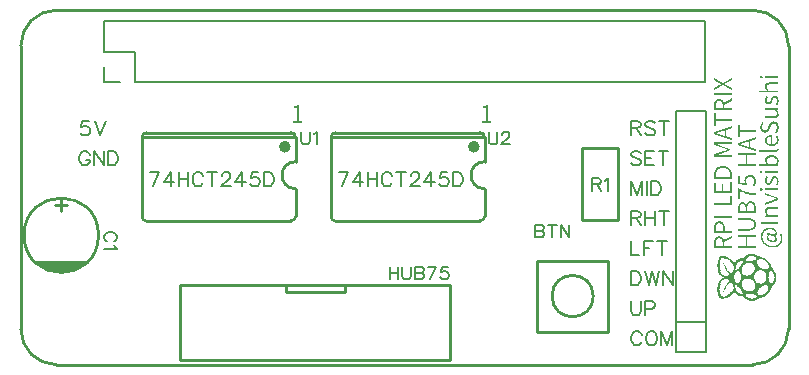
<source format=gto>
G04 Layer: TopSilkscreenLayer*
G04 EasyEDA v6.5.22, 2022-12-20 18:45:55*
G04 f003bedfd4814326965babdaf269f31e,1ae14fa7f5aa486887b2aa5280da83c0,10*
G04 Gerber Generator version 0.2*
G04 Scale: 100 percent, Rotated: No, Reflected: No *
G04 Dimensions in millimeters *
G04 leading zeros omitted , absolute positions ,4 integer and 5 decimal *
%FSLAX45Y45*%
%MOMM*%

%ADD10C,0.2032*%
%ADD11C,0.1524*%
%ADD12C,0.2540*%
%ADD13C,0.1270*%
%ADD14C,0.2030*%
%ADD15C,0.5000*%
%ADD16C,0.0112*%

%LPD*%
G36*
X7130288Y6549999D02*
G01*
X7123328Y6549796D01*
X7115352Y6548983D01*
X7107834Y6547561D01*
X7100722Y6545427D01*
X7093966Y6542684D01*
X7087514Y6539230D01*
X7081418Y6535064D01*
X7075525Y6530136D01*
X7063486Y6517995D01*
X7058558Y6514338D01*
X7052919Y6512610D01*
X7038340Y6510832D01*
X7032548Y6509766D01*
X7027011Y6508394D01*
X7021779Y6506667D01*
X7016750Y6504584D01*
X7011924Y6502196D01*
X7007352Y6499402D01*
X7002972Y6496253D01*
X7076541Y6496253D01*
X7076998Y6499098D01*
X7078421Y6502349D01*
X7080910Y6506006D01*
X7084364Y6510172D01*
X7089038Y6515049D01*
X7093712Y6519062D01*
X7098385Y6522313D01*
X7103262Y6524853D01*
X7108494Y6526733D01*
X7114184Y6528003D01*
X7120432Y6528714D01*
X7127443Y6528917D01*
X7136638Y6528663D01*
X7143445Y6527698D01*
X7149490Y6525615D01*
X7156450Y6521957D01*
X7162241Y6518452D01*
X7166000Y6515455D01*
X7168032Y6512712D01*
X7168642Y6509969D01*
X7168184Y6507276D01*
X7166762Y6504685D01*
X7164476Y6502247D01*
X7161326Y6499910D01*
X7157364Y6497777D01*
X7152640Y6495796D01*
X7147153Y6493967D01*
X7141006Y6492392D01*
X7134199Y6491020D01*
X7126782Y6489852D01*
X7118756Y6488938D01*
X7110222Y6488277D01*
X7102246Y6487922D01*
X7095439Y6487972D01*
X7089648Y6488379D01*
X7084923Y6489141D01*
X7081266Y6490309D01*
X7078675Y6491884D01*
X7077100Y6493865D01*
X7076541Y6496253D01*
X7002972Y6496253D01*
X6998868Y6492849D01*
X6994906Y6489039D01*
X6991197Y6484823D01*
X6983222Y6474510D01*
X6980529Y6471767D01*
X6978954Y6471615D01*
X6976821Y6475679D01*
X6975348Y6477812D01*
X6973570Y6479743D01*
X6969759Y6482994D01*
X6967778Y6485178D01*
X6966000Y6487566D01*
X6964680Y6489954D01*
X6961124Y6494780D01*
X6954875Y6500672D01*
X6946747Y6506768D01*
X6929831Y6517436D01*
X6926478Y6519824D01*
X6924344Y6520738D01*
X6922008Y6521399D01*
X6917436Y6522008D01*
X6915048Y6522669D01*
X6912914Y6523583D01*
X6911187Y6524650D01*
X6906818Y6526784D01*
X6899909Y6528612D01*
X6891680Y6529882D01*
X6883298Y6530340D01*
X6868464Y6530289D01*
X6862368Y6529222D01*
X6857542Y6526174D01*
X6854342Y6521551D01*
X6852869Y6513525D01*
X6852158Y6511188D01*
X6851091Y6508800D01*
X6848551Y6504533D01*
X6847484Y6501587D01*
X6846773Y6498336D01*
X6846366Y6492240D01*
X6845909Y6489649D01*
X6845198Y6487617D01*
X6843471Y6485382D01*
X6842759Y6483299D01*
X6842252Y6480606D01*
X6841896Y6474510D01*
X6841388Y6471818D01*
X6840626Y6469735D01*
X6839712Y6468567D01*
X6838848Y6465824D01*
X6838391Y6459778D01*
X6838319Y6453835D01*
X6855612Y6453835D01*
X6856475Y6455765D01*
X6860438Y6456578D01*
X6861302Y6457391D01*
X6861556Y6458813D01*
X6858050Y6472377D01*
X6858203Y6473647D01*
X6859117Y6473952D01*
X6862825Y6473139D01*
X6863740Y6474561D01*
X6863740Y6478574D01*
X6862267Y6493510D01*
X6862267Y6497269D01*
X6863181Y6498132D01*
X6867144Y6495542D01*
X6868261Y6496100D01*
X6868718Y6499148D01*
X6868820Y6516725D01*
X6876999Y6512306D01*
X6882536Y6509766D01*
X6886194Y6509156D01*
X6888276Y6510528D01*
X6889191Y6515354D01*
X6890207Y6515506D01*
X6892137Y6514236D01*
X6899808Y6507378D01*
X6902653Y6505854D01*
X6904126Y6506921D01*
X6904786Y6513017D01*
X6905853Y6513474D01*
X6908190Y6511594D01*
X6916420Y6503060D01*
X6919010Y6501079D01*
X6920585Y6500926D01*
X6922617Y6504025D01*
X6923989Y6504025D01*
X6926122Y6502247D01*
X6932523Y6494983D01*
X6934758Y6493154D01*
X6936384Y6492900D01*
X6938873Y6495186D01*
X6940296Y6494576D01*
X6942074Y6492240D01*
X6947763Y6482283D01*
X6950405Y6479286D01*
X6952589Y6479032D01*
X6954215Y6481470D01*
X6954875Y6481724D01*
X6955840Y6480352D01*
X6956958Y6477558D01*
X6960362Y6467398D01*
X6962444Y6463639D01*
X6964070Y6462826D01*
X6965238Y6468008D01*
X6966458Y6466078D01*
X6967931Y6461201D01*
X6969810Y6450177D01*
X6970775Y6446977D01*
X6971893Y6445046D01*
X6973112Y6444589D01*
X6975398Y6441948D01*
X6975754Y6434277D01*
X6974382Y6423914D01*
X6971334Y6413195D01*
X6969449Y6408978D01*
X6990842Y6408978D01*
X6991858Y6428740D01*
X6992569Y6438392D01*
X6993737Y6446113D01*
X6995363Y6452412D01*
X6997649Y6457746D01*
X7000189Y6462217D01*
X7003034Y6466382D01*
X7006183Y6470243D01*
X7009587Y6473698D01*
X7013397Y6476898D01*
X7017512Y6479794D01*
X7021982Y6482334D01*
X7026808Y6484620D01*
X7031990Y6486652D01*
X7037578Y6488328D01*
X7043572Y6489801D01*
X7049922Y6490970D01*
X7054494Y6491579D01*
X7057034Y6491274D01*
X7058101Y6489852D01*
X7058304Y6486956D01*
X7057796Y6484366D01*
X7056929Y6482334D01*
X7169505Y6482334D01*
X7170166Y6487414D01*
X7172045Y6492189D01*
X7176668Y6495948D01*
X7185202Y6499555D01*
X7195515Y6502247D01*
X7205421Y6503263D01*
X7211364Y6503009D01*
X7217257Y6502095D01*
X7222998Y6500622D01*
X7228636Y6498539D01*
X7234072Y6495897D01*
X7239406Y6492748D01*
X7244537Y6488988D01*
X7249464Y6484670D01*
X7254443Y6479692D01*
X7258659Y6474917D01*
X7262266Y6470192D01*
X7265212Y6465468D01*
X7267549Y6460693D01*
X7269378Y6455765D01*
X7270750Y6450584D01*
X7271613Y6445046D01*
X7272020Y6439154D01*
X7271766Y6433972D01*
X7270851Y6429400D01*
X7269327Y6425539D01*
X7267092Y6422390D01*
X7264247Y6419900D01*
X7260691Y6418072D01*
X7256525Y6416903D01*
X7251700Y6416446D01*
X7246213Y6416649D01*
X7240066Y6417564D01*
X7233310Y6419138D01*
X7227163Y6420916D01*
X7221524Y6422999D01*
X7216241Y6425336D01*
X7211263Y6428028D01*
X7206488Y6431178D01*
X7201763Y6434785D01*
X7197039Y6438900D01*
X7192162Y6443675D01*
X7185202Y6451244D01*
X7179513Y6458356D01*
X7175093Y6464960D01*
X7171994Y6471107D01*
X7170115Y6476898D01*
X7169505Y6482334D01*
X7056929Y6482334D01*
X7054037Y6476644D01*
X7047331Y6466382D01*
X7038594Y6454648D01*
X7028688Y6442506D01*
X7018477Y6431026D01*
X7008875Y6421323D01*
X7004507Y6417411D01*
X7000646Y6414414D01*
X6997395Y6412331D01*
X6991040Y6409080D01*
X7042302Y6409080D01*
X7042556Y6415633D01*
X7043623Y6422288D01*
X7045604Y6428994D01*
X7048449Y6435648D01*
X7051395Y6441033D01*
X7054850Y6445961D01*
X7058710Y6450533D01*
X7062927Y6454698D01*
X7067448Y6458407D01*
X7072274Y6461709D01*
X7077303Y6464554D01*
X7082536Y6466992D01*
X7087870Y6468922D01*
X7093356Y6470396D01*
X7098842Y6471412D01*
X7104380Y6471920D01*
X7109866Y6471920D01*
X7115251Y6471462D01*
X7120534Y6470396D01*
X7125614Y6468872D01*
X7130491Y6466789D01*
X7135114Y6464147D01*
X7139431Y6460947D01*
X7143445Y6457188D01*
X7148474Y6450685D01*
X7151827Y6443776D01*
X7153605Y6435648D01*
X7154164Y6425590D01*
X7153909Y6420510D01*
X7153148Y6415532D01*
X7151979Y6410706D01*
X7150353Y6405981D01*
X7148271Y6401460D01*
X7145883Y6397091D01*
X7143089Y6392875D01*
X7139990Y6388912D01*
X7136638Y6385204D01*
X7132929Y6381699D01*
X7129018Y6378498D01*
X7124903Y6375552D01*
X7120585Y6372910D01*
X7116114Y6370574D01*
X7111492Y6368592D01*
X7106767Y6366967D01*
X7101992Y6365697D01*
X7097115Y6364833D01*
X7092238Y6364376D01*
X7087362Y6364376D01*
X7082485Y6364782D01*
X7077659Y6365646D01*
X7072934Y6367018D01*
X7068312Y6368897D01*
X7062571Y6372047D01*
X7057491Y6375908D01*
X7053072Y6380378D01*
X7049414Y6385306D01*
X7046468Y6390741D01*
X7044283Y6396583D01*
X7042912Y6402730D01*
X7042302Y6409080D01*
X6969449Y6408978D01*
X6967677Y6405016D01*
X6963359Y6398514D01*
X6958025Y6393383D01*
X6951421Y6389217D01*
X6948170Y6387896D01*
X6945426Y6388252D01*
X6942124Y6390843D01*
X6934403Y6399428D01*
X6928764Y6406489D01*
X6922922Y6414363D01*
X6916928Y6423304D01*
X6910578Y6433312D01*
X6896100Y6457950D01*
X6890664Y6466433D01*
X6889496Y6467602D01*
X6889292Y6466687D01*
X6890105Y6463741D01*
X6894677Y6451752D01*
X6899097Y6441287D01*
X6903567Y6431584D01*
X6908241Y6422339D01*
X6913321Y6413195D01*
X6918909Y6403949D01*
X6925157Y6394246D01*
X6937248Y6376162D01*
X6932574Y6370370D01*
X6928408Y6366357D01*
X6923481Y6363614D01*
X6917893Y6362090D01*
X6911644Y6361785D01*
X6904939Y6362649D01*
X6897776Y6364782D01*
X6890308Y6368135D01*
X6882587Y6372707D01*
X6877100Y6376568D01*
X6873798Y6379464D01*
X6872579Y6381648D01*
X6873748Y6385102D01*
X6873189Y6387287D01*
X6871157Y6390132D01*
X6863435Y6398056D01*
X6861657Y6400546D01*
X6862013Y6401968D01*
X6866737Y6404102D01*
X6867398Y6405321D01*
X6866178Y6407251D01*
X6859879Y6413804D01*
X6858660Y6415938D01*
X6859117Y6417513D01*
X6863283Y6421018D01*
X6863892Y6422694D01*
X6862876Y6424930D01*
X6857746Y6431838D01*
X6856730Y6434023D01*
X6857085Y6435496D01*
X6860438Y6437934D01*
X6861048Y6439408D01*
X6860489Y6441643D01*
X6856425Y6450380D01*
X6855612Y6453835D01*
X6838319Y6453835D01*
X6838543Y6441744D01*
X6839051Y6431940D01*
X6839864Y6422948D01*
X6840829Y6415887D01*
X6841998Y6411722D01*
X6842912Y6409639D01*
X6844131Y6404457D01*
X6844639Y6399428D01*
X6845604Y6396482D01*
X6847027Y6393484D01*
X6850481Y6388404D01*
X6851903Y6385814D01*
X6852869Y6383477D01*
X6853834Y6379108D01*
X6855510Y6376060D01*
X6858152Y6372656D01*
X6861505Y6369100D01*
X6865569Y6365544D01*
X6870039Y6362090D01*
X6874865Y6358890D01*
X6879844Y6356096D01*
X6886984Y6352540D01*
X6979412Y6352540D01*
X6979666Y6357569D01*
X6980377Y6362649D01*
X6981545Y6367780D01*
X6983120Y6373012D01*
X6985152Y6378346D01*
X6989876Y6387033D01*
X6996074Y6394754D01*
X7002830Y6400596D01*
X7009485Y6403797D01*
X7014108Y6404000D01*
X7018578Y6402425D01*
X7022846Y6399225D01*
X7026757Y6394602D01*
X7030262Y6388608D01*
X7033259Y6381394D01*
X7035596Y6373164D01*
X7037171Y6364071D01*
X7037730Y6357823D01*
X7037794Y6353962D01*
X7149642Y6353962D01*
X7150049Y6360617D01*
X7151065Y6367170D01*
X7152741Y6373418D01*
X7155027Y6379159D01*
X7158837Y6386271D01*
X7163257Y6392418D01*
X7168235Y6397599D01*
X7173772Y6401816D01*
X7179868Y6405118D01*
X7186523Y6407454D01*
X7193686Y6408877D01*
X7201458Y6409334D01*
X7207046Y6409029D01*
X7212380Y6408166D01*
X7217460Y6406794D01*
X7222337Y6404864D01*
X7226909Y6402425D01*
X7231278Y6399428D01*
X7235342Y6395872D01*
X7239203Y6391808D01*
X7242403Y6387693D01*
X7245146Y6383528D01*
X7247381Y6379210D01*
X7249159Y6374688D01*
X7250531Y6369913D01*
X7251496Y6364833D01*
X7252055Y6359347D01*
X7252246Y6353048D01*
X7270445Y6353048D01*
X7270648Y6359296D01*
X7271207Y6365697D01*
X7272121Y6372250D01*
X7273442Y6379159D01*
X7276388Y6390081D01*
X7279944Y6398514D01*
X7284059Y6404152D01*
X7288479Y6406692D01*
X7291019Y6406438D01*
X7294168Y6404864D01*
X7297674Y6402222D01*
X7301433Y6398666D01*
X7305243Y6394399D01*
X7308850Y6389624D01*
X7312202Y6384493D01*
X7314996Y6379210D01*
X7317892Y6372199D01*
X7319975Y6365189D01*
X7321194Y6358229D01*
X7321600Y6351219D01*
X7321194Y6344259D01*
X7319975Y6337249D01*
X7317892Y6330289D01*
X7314996Y6323279D01*
X7311796Y6317183D01*
X7308291Y6311646D01*
X7304582Y6306820D01*
X7300823Y6302857D01*
X7297115Y6299809D01*
X7293609Y6297828D01*
X7290460Y6297066D01*
X7287818Y6297625D01*
X7283602Y6301282D01*
X7279741Y6307582D01*
X7276338Y6316319D01*
X7273391Y6327444D01*
X7271156Y6340551D01*
X7270648Y6346850D01*
X7270445Y6353048D01*
X7252246Y6353048D01*
X7252055Y6346952D01*
X7251395Y6341008D01*
X7250226Y6335572D01*
X7248550Y6330543D01*
X7246315Y6325768D01*
X7243419Y6321094D01*
X7239863Y6316472D01*
X7235545Y6311798D01*
X7229500Y6305905D01*
X7224268Y6302044D01*
X7219035Y6299555D01*
X7212736Y6297828D01*
X7206538Y6296863D01*
X7200442Y6296609D01*
X7194600Y6297015D01*
X7188911Y6298082D01*
X7183475Y6299809D01*
X7178243Y6302197D01*
X7173366Y6305194D01*
X7168794Y6308750D01*
X7164578Y6312966D01*
X7160768Y6317691D01*
X7157313Y6323025D01*
X7154316Y6328867D01*
X7152233Y6334556D01*
X7150709Y6340754D01*
X7149896Y6347256D01*
X7149642Y6353962D01*
X7037794Y6353962D01*
X7037476Y6345580D01*
X7036714Y6339687D01*
X7035596Y6333998D01*
X7034072Y6328511D01*
X7032142Y6323330D01*
X7029907Y6318504D01*
X7027316Y6314033D01*
X7024370Y6310020D01*
X7021169Y6306515D01*
X7017664Y6303467D01*
X7014057Y6301028D01*
X7011314Y6300114D01*
X7008266Y6300673D01*
X7003897Y6302603D01*
X7000240Y6304889D01*
X6996633Y6308140D01*
X6993128Y6312204D01*
X6990029Y6316878D01*
X6987184Y6322110D01*
X6984746Y6327292D01*
X6982764Y6332423D01*
X6981240Y6337452D01*
X6980174Y6342481D01*
X6979564Y6347510D01*
X6979412Y6352540D01*
X6886984Y6352540D01*
X6892798Y6349644D01*
X6882993Y6344869D01*
X6877862Y6342024D01*
X6872681Y6338519D01*
X6867702Y6334658D01*
X6863080Y6330594D01*
X6859117Y6326530D01*
X6855968Y6322720D01*
X6853936Y6319367D01*
X6852869Y6314389D01*
X6852005Y6312001D01*
X6850634Y6309715D01*
X6847230Y6305702D01*
X6845655Y6302705D01*
X6844334Y6299250D01*
X6843522Y6295745D01*
X6839813Y6274104D01*
X6837730Y6260185D01*
X6837070Y6253632D01*
X6836630Y6242913D01*
X6853428Y6242913D01*
X6854240Y6246114D01*
X6857847Y6255359D01*
X6859676Y6260795D01*
X6859930Y6262319D01*
X6859676Y6263030D01*
X6858914Y6263487D01*
X6857847Y6263538D01*
X6854088Y6262573D01*
X6853478Y6263436D01*
X6854799Y6266078D01*
X6860235Y6274054D01*
X6861302Y6276543D01*
X6861302Y6278575D01*
X6859219Y6282182D01*
X6859168Y6284112D01*
X6860184Y6286398D01*
X6864654Y6292646D01*
X6865569Y6294577D01*
X6865112Y6295796D01*
X6861708Y6297777D01*
X6861657Y6299301D01*
X6863384Y6301841D01*
X6870395Y6309512D01*
X6872173Y6312204D01*
X6872427Y6313982D01*
X6871360Y6315252D01*
X6870598Y6317386D01*
X6872833Y6320485D01*
X6877303Y6324142D01*
X6883450Y6328003D01*
X6890512Y6331661D01*
X6897878Y6334760D01*
X6904837Y6336944D01*
X6910730Y6337757D01*
X6917588Y6336893D01*
X6924192Y6334506D01*
X6929780Y6331000D01*
X6933387Y6326784D01*
X6933946Y6323787D01*
X6932523Y6319266D01*
X6928561Y6312154D01*
X6918045Y6295898D01*
X6910679Y6283096D01*
X6903161Y6268872D01*
X6896201Y6254496D01*
X6890461Y6241338D01*
X6886549Y6230670D01*
X6885431Y6226708D01*
X6885736Y6225692D01*
X6887464Y6227622D01*
X6890359Y6232144D01*
X6906666Y6260642D01*
X6914845Y6273698D01*
X6922566Y6285179D01*
X6929678Y6294882D01*
X6936028Y6302502D01*
X6941413Y6307836D01*
X6943699Y6309563D01*
X6945680Y6310630D01*
X6947306Y6310985D01*
X6950405Y6310274D01*
X6953859Y6308344D01*
X6957466Y6305346D01*
X6961124Y6301536D01*
X6964629Y6297066D01*
X6965888Y6295085D01*
X7044994Y6295085D01*
X7045401Y6300470D01*
X7046366Y6305702D01*
X7047941Y6310782D01*
X7050125Y6315659D01*
X7053072Y6320332D01*
X7056729Y6324701D01*
X7061098Y6328664D01*
X7066127Y6332220D01*
X7072274Y6335725D01*
X7077760Y6337757D01*
X7084110Y6338722D01*
X7092696Y6338925D01*
X7101078Y6338671D01*
X7107834Y6337706D01*
X7114133Y6335776D01*
X7121144Y6332677D01*
X7126528Y6329730D01*
X7131507Y6326428D01*
X7136180Y6322771D01*
X7140397Y6318808D01*
X7144156Y6314541D01*
X7147509Y6309969D01*
X7150404Y6305194D01*
X7152843Y6300165D01*
X7154773Y6294983D01*
X7156196Y6289649D01*
X7157059Y6284163D01*
X7157364Y6278575D01*
X7157161Y6272428D01*
X7156348Y6266789D01*
X7154976Y6261506D01*
X7152944Y6256629D01*
X7150353Y6252159D01*
X7147102Y6247993D01*
X7143242Y6244132D01*
X7138720Y6240526D01*
X7133031Y6236868D01*
X7127748Y6234836D01*
X7120737Y6234023D01*
X7109917Y6233820D01*
X7099655Y6234023D01*
X7092188Y6234887D01*
X7086041Y6236563D01*
X7079742Y6239408D01*
X7074458Y6242456D01*
X7069581Y6245910D01*
X7065060Y6249771D01*
X7060946Y6254038D01*
X7057288Y6258560D01*
X7054088Y6263386D01*
X7051294Y6268364D01*
X7049008Y6273596D01*
X7047230Y6278880D01*
X7045959Y6284264D01*
X7045198Y6289700D01*
X7044994Y6295085D01*
X6965888Y6295085D01*
X6967728Y6292189D01*
X6970369Y6287109D01*
X6972249Y6281978D01*
X6974138Y6273901D01*
X6989775Y6273901D01*
X6990181Y6279692D01*
X6990943Y6284010D01*
X6991959Y6286855D01*
X6993280Y6288125D01*
X6995109Y6287820D01*
X6997852Y6286246D01*
X7001408Y6283452D01*
X7005624Y6279642D01*
X7015429Y6269634D01*
X7026148Y6257442D01*
X7036816Y6244386D01*
X7041794Y6237986D01*
X7050227Y6225997D01*
X7054455Y6218986D01*
X7176668Y6218986D01*
X7177176Y6224879D01*
X7178954Y6231432D01*
X7182103Y6238748D01*
X7185253Y6244183D01*
X7189368Y6249873D01*
X7194245Y6255613D01*
X7199680Y6261201D01*
X7205421Y6266434D01*
X7211263Y6271056D01*
X7217003Y6274917D01*
X7222439Y6277813D01*
X7227468Y6279692D01*
X7233412Y6281369D01*
X7239609Y6282690D01*
X7245299Y6283502D01*
X7251903Y6283909D01*
X7256627Y6283502D01*
X7260336Y6282182D01*
X7263942Y6279743D01*
X7267143Y6276797D01*
X7269022Y6273596D01*
X7269886Y6269228D01*
X7270089Y6262674D01*
X7269886Y6257391D01*
X7269276Y6252464D01*
X7268260Y6247688D01*
X7266787Y6243116D01*
X7264806Y6238595D01*
X7262317Y6234125D01*
X7259320Y6229604D01*
X7255814Y6224981D01*
X7252004Y6220815D01*
X7247636Y6216954D01*
X7242911Y6213398D01*
X7237780Y6210198D01*
X7232345Y6207404D01*
X7226757Y6205067D01*
X7221016Y6203137D01*
X7215276Y6201664D01*
X7209586Y6200749D01*
X7203998Y6200343D01*
X7198614Y6200546D01*
X7193534Y6201308D01*
X7187590Y6203238D01*
X7182967Y6205982D01*
X7179564Y6209538D01*
X7177481Y6213906D01*
X7176668Y6218986D01*
X7054455Y6218986D01*
X7055866Y6216345D01*
X7057288Y6212840D01*
X7057948Y6209741D01*
X7056881Y6208268D01*
X7053072Y6208064D01*
X7045350Y6208674D01*
X7039102Y6209538D01*
X7033107Y6210909D01*
X7027468Y6212840D01*
X7022084Y6215227D01*
X7017105Y6218072D01*
X7012431Y6221374D01*
X7008164Y6225133D01*
X7004253Y6229248D01*
X7000798Y6233769D01*
X6997750Y6238595D01*
X6995210Y6243777D01*
X6993077Y6249314D01*
X6991451Y6255054D01*
X6990384Y6261100D01*
X6989825Y6267399D01*
X6989775Y6273901D01*
X6974138Y6273901D01*
X6974840Y6270904D01*
X6975805Y6261709D01*
X6975144Y6255664D01*
X6972757Y6254140D01*
X6971233Y6254038D01*
X6970014Y6252210D01*
X6968947Y6248400D01*
X6967270Y6237528D01*
X6966508Y6234023D01*
X6965848Y6232093D01*
X6965340Y6232144D01*
X6963765Y6234633D01*
X6961886Y6234176D01*
X6959549Y6230772D01*
X6954926Y6220104D01*
X6953453Y6217513D01*
X6952437Y6216700D01*
X6951776Y6217615D01*
X6950557Y6220815D01*
X6948728Y6220866D01*
X6946087Y6217615D01*
X6939991Y6206337D01*
X6938213Y6203746D01*
X6936943Y6203086D01*
X6936282Y6204204D01*
X6935114Y6207252D01*
X6933387Y6207607D01*
X6930694Y6205220D01*
X6923684Y6195466D01*
X6921957Y6193637D01*
X6921042Y6194145D01*
X6919874Y6199479D01*
X6918553Y6200038D01*
X6915759Y6198057D01*
X6907275Y6190132D01*
X6903212Y6186932D01*
X6903059Y6187236D01*
X6903516Y6188506D01*
X6903669Y6190132D01*
X6903516Y6191910D01*
X6903110Y6193536D01*
X6902094Y6195161D01*
X6900570Y6195212D01*
X6898081Y6193536D01*
X6890054Y6186068D01*
X6887768Y6184493D01*
X6886854Y6185052D01*
X6886295Y6190945D01*
X6884822Y6192164D01*
X6881622Y6191148D01*
X6868820Y6183579D01*
X6868718Y6201054D01*
X6868109Y6204254D01*
X6866686Y6205220D01*
X6861606Y6204051D01*
X6860336Y6204356D01*
X6860031Y6205728D01*
X6863029Y6219647D01*
X6863943Y6225641D01*
X6863334Y6227826D01*
X6858863Y6227318D01*
X6857796Y6228994D01*
X6858101Y6232550D01*
X6860844Y6242050D01*
X6860489Y6244488D01*
X6858914Y6245098D01*
X6854088Y6242202D01*
X6853428Y6242913D01*
X6836630Y6242913D01*
X6836816Y6236970D01*
X6837324Y6232753D01*
X6838086Y6229350D01*
X6843014Y6212941D01*
X6844030Y6208217D01*
X6844639Y6202730D01*
X6846874Y6196228D01*
X6850227Y6189065D01*
X6853529Y6181191D01*
X6856018Y6174384D01*
X6857847Y6172301D01*
X6860794Y6171285D01*
X6869328Y6170676D01*
X6876237Y6169609D01*
X6880758Y6168440D01*
X6883653Y6168440D01*
X6886803Y6168898D01*
X6893001Y6170777D01*
X6899097Y6172149D01*
X6903415Y6172606D01*
X6905802Y6173317D01*
X6908241Y6174333D01*
X6912305Y6176822D01*
X6915353Y6177940D01*
X6917842Y6177432D01*
X6920788Y6178194D01*
X6924751Y6179870D01*
X6929475Y6182360D01*
X6934708Y6185458D01*
X6945731Y6192824D01*
X6951014Y6196736D01*
X6955790Y6200648D01*
X6959803Y6204305D01*
X6962851Y6207556D01*
X6964680Y6210249D01*
X6966000Y6212636D01*
X6967778Y6215075D01*
X6969759Y6217208D01*
X6973570Y6220460D01*
X6975348Y6222441D01*
X6976821Y6224524D01*
X6978954Y6228537D01*
X6980580Y6228334D01*
X6983323Y6225438D01*
X6991248Y6215024D01*
X6995261Y6210757D01*
X6999630Y6206794D01*
X7004303Y6203137D01*
X7007061Y6201308D01*
X7076135Y6201308D01*
X7076541Y6202426D01*
X7077608Y6203848D01*
X7079183Y6205321D01*
X7081164Y6206744D01*
X7084364Y6208420D01*
X7088073Y6209792D01*
X7092340Y6210757D01*
X7097064Y6211417D01*
X7102246Y6211671D01*
X7107986Y6211620D01*
X7114133Y6211163D01*
X7120737Y6210401D01*
X7129119Y6209080D01*
X7143750Y6206032D01*
X7149896Y6204305D01*
X7155281Y6202426D01*
X7159904Y6200394D01*
X7163816Y6198209D01*
X7166914Y6195923D01*
X7170928Y6191046D01*
X7170775Y6186576D01*
X7166051Y6181852D01*
X7156399Y6176264D01*
X7150303Y6173622D01*
X7143699Y6171641D01*
X7136790Y6170422D01*
X7129729Y6169863D01*
X7122718Y6169964D01*
X7115962Y6170828D01*
X7109561Y6172403D01*
X7103770Y6174689D01*
X7099909Y6176924D01*
X7095540Y6180124D01*
X7090968Y6183934D01*
X7082434Y6192113D01*
X7079132Y6195923D01*
X7076948Y6199073D01*
X7076135Y6201308D01*
X7007061Y6201308D01*
X7014514Y6196838D01*
X7019899Y6194247D01*
X7025436Y6192062D01*
X7031075Y6190335D01*
X7036714Y6189065D01*
X7042302Y6188252D01*
X7052970Y6187541D01*
X7057694Y6185611D01*
X7063384Y6181344D01*
X7076084Y6169761D01*
X7080554Y6166053D01*
X7084974Y6162802D01*
X7089343Y6159906D01*
X7093712Y6157468D01*
X7098182Y6155385D01*
X7102703Y6153658D01*
X7107377Y6152286D01*
X7112253Y6151270D01*
X7117283Y6150559D01*
X7122566Y6150152D01*
X7128154Y6150000D01*
X7136485Y6150254D01*
X7143343Y6151219D01*
X7149693Y6152946D01*
X7156399Y6155740D01*
X7166051Y6160719D01*
X7169810Y6162954D01*
X7174433Y6166053D01*
X7178497Y6167983D01*
X7190689Y6172657D01*
X7206437Y6177889D01*
X7223252Y6182715D01*
X7228738Y6184493D01*
X7234326Y6186779D01*
X7239914Y6189573D01*
X7245400Y6192774D01*
X7250734Y6196380D01*
X7255916Y6200343D01*
X7260742Y6204559D01*
X7265263Y6208979D01*
X7269378Y6213551D01*
X7273036Y6218275D01*
X7276134Y6223050D01*
X7280656Y6231890D01*
X7286599Y6241999D01*
X7293305Y6252311D01*
X7301382Y6266586D01*
X7308494Y6280658D01*
X7312558Y6287770D01*
X7316571Y6294221D01*
X7324496Y6305143D01*
X7328153Y6311239D01*
X7331151Y6317488D01*
X7333437Y6323990D01*
X7335113Y6330899D01*
X7336129Y6338214D01*
X7336586Y6346088D01*
X7336434Y6354572D01*
X7335875Y6362395D01*
X7334859Y6369558D01*
X7333335Y6376314D01*
X7331252Y6382664D01*
X7328560Y6388811D01*
X7325258Y6394856D01*
X7321245Y6401003D01*
X7313422Y6411518D01*
X7309967Y6417106D01*
X7306513Y6423253D01*
X7300417Y6435344D01*
X7293508Y6447739D01*
X7287615Y6456934D01*
X7281519Y6467195D01*
X7276287Y6476796D01*
X7272934Y6481775D01*
X7269225Y6486652D01*
X7265111Y6491325D01*
X7260640Y6495846D01*
X7255967Y6500063D01*
X7251141Y6503974D01*
X7246162Y6507530D01*
X7241082Y6510629D01*
X7236053Y6513271D01*
X7231024Y6515404D01*
X7208367Y6521957D01*
X7192264Y6527342D01*
X7185253Y6530035D01*
X7174077Y6535115D01*
X7164628Y6540957D01*
X7159193Y6543852D01*
X7153808Y6546138D01*
X7148372Y6547866D01*
X7142683Y6549085D01*
X7136688Y6549796D01*
G37*
G36*
X6885431Y6478574D02*
G01*
X6884720Y6478270D01*
X6884416Y6476593D01*
X6885076Y6474714D01*
X6885787Y6473799D01*
X6887413Y6472834D01*
X6887819Y6473139D01*
X6887870Y6473952D01*
X6887514Y6475222D01*
X6886397Y6477508D01*
G37*
G36*
X7013956Y7643114D02*
G01*
X7013956Y7535164D01*
X7028180Y7535164D01*
X7028180Y7580630D01*
X7162800Y7580630D01*
X7162800Y7597648D01*
X7028180Y7597648D01*
X7028180Y7643114D01*
G37*
G36*
X7162800Y7539736D02*
G01*
X7013956Y7488681D01*
X7013956Y7478775D01*
X7028180Y7478775D01*
X7028180Y7479538D01*
X7053529Y7487107D01*
X7102602Y7502652D01*
X7102602Y7455916D01*
X7053630Y7471460D01*
X7028180Y7478775D01*
X7013956Y7478775D01*
X7013956Y7470140D01*
X7162800Y7419340D01*
X7162800Y7436358D01*
X7115809Y7451598D01*
X7115809Y7506970D01*
X7162800Y7521956D01*
G37*
G36*
X7013956Y7398003D02*
G01*
X7013956Y7380986D01*
X7076948Y7380986D01*
X7076948Y7309358D01*
X7013956Y7309358D01*
X7013956Y7292340D01*
X7162800Y7292340D01*
X7162800Y7309358D01*
X7091680Y7309358D01*
X7091680Y7380986D01*
X7162800Y7380986D01*
X7162800Y7398003D01*
G37*
G36*
X7114540Y7215378D02*
G01*
X7106716Y7214971D01*
X7099655Y7213803D01*
X7093305Y7211872D01*
X7087666Y7209332D01*
X7082739Y7206132D01*
X7078522Y7202373D01*
X7074966Y7198106D01*
X7072071Y7193381D01*
X7069836Y7188250D01*
X7068261Y7182764D01*
X7067346Y7176973D01*
X7067042Y7170928D01*
X7067499Y7164324D01*
X7068769Y7158431D01*
X7070801Y7152995D01*
X7073392Y7147814D01*
X7028180Y7151878D01*
X7028180Y7208266D01*
X7013956Y7208266D01*
X7013956Y7137146D01*
X7083044Y7132574D01*
X7088886Y7141718D01*
X7085025Y7147763D01*
X7082231Y7153605D01*
X7080554Y7159802D01*
X7079996Y7166864D01*
X7080605Y7173772D01*
X7082383Y7180021D01*
X7085330Y7185456D01*
X7089343Y7190079D01*
X7094372Y7193838D01*
X7100366Y7196581D01*
X7107275Y7198309D01*
X7115048Y7198868D01*
X7123023Y7198207D01*
X7130186Y7196226D01*
X7136434Y7193178D01*
X7141718Y7189165D01*
X7145934Y7184288D01*
X7149033Y7178700D01*
X7150963Y7172604D01*
X7151624Y7166102D01*
X7151268Y7159752D01*
X7150201Y7153960D01*
X7148575Y7148728D01*
X7146493Y7144003D01*
X7143953Y7139686D01*
X7141108Y7135723D01*
X7138060Y7132116D01*
X7134859Y7128764D01*
X7145781Y7120636D01*
X7149490Y7124547D01*
X7152995Y7128865D01*
X7156348Y7133691D01*
X7159294Y7139076D01*
X7161784Y7145020D01*
X7163663Y7151725D01*
X7164882Y7159142D01*
X7165340Y7167372D01*
X7164984Y7173468D01*
X7163816Y7179462D01*
X7161987Y7185253D01*
X7159396Y7190790D01*
X7156094Y7195921D01*
X7152131Y7200595D01*
X7147458Y7204811D01*
X7142175Y7208418D01*
X7136180Y7211364D01*
X7129576Y7213549D01*
X7122363Y7214920D01*
G37*
G36*
X7013956Y7105396D02*
G01*
X7013956Y7013194D01*
X7028180Y7013194D01*
X7028180Y7086092D01*
X7038289Y7079183D01*
X7048296Y7072985D01*
X7058304Y7067550D01*
X7068362Y7062724D01*
X7078675Y7058558D01*
X7089190Y7055002D01*
X7100112Y7052005D01*
X7111441Y7049516D01*
X7123277Y7047484D01*
X7135723Y7045909D01*
X7148880Y7044740D01*
X7162800Y7043928D01*
X7162800Y7061200D01*
X7148728Y7061911D01*
X7135469Y7062927D01*
X7122922Y7064197D01*
X7110984Y7065924D01*
X7099553Y7068159D01*
X7088479Y7071004D01*
X7077709Y7074509D01*
X7067143Y7078827D01*
X7056577Y7083958D01*
X7045959Y7090054D01*
X7040575Y7093458D01*
X7029703Y7101128D01*
X7024116Y7105396D01*
G37*
G36*
X7119366Y6994144D02*
G01*
X7112152Y6993585D01*
X7105700Y6991858D01*
X7100062Y6989165D01*
X7095185Y6985508D01*
X7091070Y6980986D01*
X7087768Y6975703D01*
X7085279Y6969759D01*
X7083552Y6963156D01*
X7082790Y6963156D01*
X7080605Y6968185D01*
X7077760Y6972655D01*
X7074357Y6976465D01*
X7070394Y6979666D01*
X7065924Y6982206D01*
X7061098Y6984034D01*
X7055967Y6985152D01*
X7050531Y6985508D01*
X7044385Y6985101D01*
X7038848Y6983831D01*
X7033869Y6981799D01*
X7029551Y6979056D01*
X7025741Y6975602D01*
X7022541Y6971436D01*
X7019848Y6966661D01*
X7017664Y6961327D01*
X7016038Y6955383D01*
X7014870Y6948982D01*
X7014159Y6942074D01*
X7013956Y6934708D01*
X7013956Y6908292D01*
X7027418Y6908292D01*
X7027418Y6932168D01*
X7027773Y6940651D01*
X7028789Y6948068D01*
X7030567Y6954367D01*
X7033158Y6959498D01*
X7036562Y6963511D01*
X7040930Y6966407D01*
X7046214Y6968185D01*
X7052564Y6968744D01*
X7058101Y6968236D01*
X7063079Y6966661D01*
X7067397Y6963968D01*
X7071055Y6960057D01*
X7074001Y6954875D01*
X7076186Y6948373D01*
X7077506Y6940499D01*
X7077964Y6931152D01*
X7077964Y6908292D01*
X7090918Y6908292D01*
X7090918Y6935216D01*
X7091121Y6941718D01*
X7091629Y6947712D01*
X7092543Y6953199D01*
X7093864Y6958177D01*
X7095540Y6962648D01*
X7097623Y6966508D01*
X7100062Y6969861D01*
X7102957Y6972604D01*
X7106259Y6974789D01*
X7109917Y6976364D01*
X7114082Y6977329D01*
X7118603Y6977634D01*
X7123684Y6977329D01*
X7128306Y6976313D01*
X7132421Y6974738D01*
X7136079Y6972503D01*
X7139228Y6969709D01*
X7141972Y6966356D01*
X7144258Y6962394D01*
X7146086Y6957974D01*
X7147559Y6952996D01*
X7148525Y6947509D01*
X7149134Y6941616D01*
X7149338Y6935216D01*
X7149338Y6908292D01*
X7013956Y6908292D01*
X7013956Y6891528D01*
X7162800Y6891528D01*
X7162800Y6937756D01*
X7162647Y6943902D01*
X7162139Y6949795D01*
X7161275Y6955434D01*
X7160107Y6960717D01*
X7158583Y6965696D01*
X7156703Y6970318D01*
X7154468Y6974636D01*
X7151928Y6978497D01*
X7149033Y6982053D01*
X7145832Y6985152D01*
X7142276Y6987794D01*
X7138365Y6990029D01*
X7134148Y6991807D01*
X7129525Y6993077D01*
X7124649Y6993890D01*
G37*
G36*
X7013956Y6850634D02*
G01*
X7013956Y6834631D01*
X7102602Y6834631D01*
X7111238Y6834276D01*
X7118858Y6833311D01*
X7125512Y6831736D01*
X7131303Y6829602D01*
X7136231Y6826961D01*
X7140295Y6823862D01*
X7143648Y6820357D01*
X7146290Y6816445D01*
X7148271Y6812229D01*
X7149592Y6807708D01*
X7150353Y6802983D01*
X7150608Y6798056D01*
X7150353Y6793179D01*
X7149592Y6788505D01*
X7148271Y6784086D01*
X7146290Y6779971D01*
X7143648Y6776161D01*
X7140295Y6772706D01*
X7136231Y6769709D01*
X7131303Y6767118D01*
X7125512Y6765036D01*
X7118858Y6763512D01*
X7111238Y6762546D01*
X7102602Y6762242D01*
X7013956Y6762242D01*
X7013956Y6745478D01*
X7102348Y6745478D01*
X7110882Y6745731D01*
X7118705Y6746544D01*
X7125817Y6747814D01*
X7132218Y6749592D01*
X7138009Y6751777D01*
X7143140Y6754418D01*
X7147712Y6757416D01*
X7151674Y6760819D01*
X7155078Y6764528D01*
X7157923Y6768592D01*
X7160310Y6772909D01*
X7162190Y6777532D01*
X7163612Y6782358D01*
X7164578Y6787388D01*
X7165136Y6792671D01*
X7165340Y6798056D01*
X7165136Y6803440D01*
X7164578Y6808724D01*
X7163612Y6813753D01*
X7162190Y6818579D01*
X7160310Y6823202D01*
X7157923Y6827520D01*
X7155078Y6831584D01*
X7151674Y6835292D01*
X7147712Y6838696D01*
X7143140Y6841693D01*
X7138009Y6844334D01*
X7132218Y6846519D01*
X7125817Y6848297D01*
X7118705Y6849567D01*
X7110882Y6850380D01*
X7102348Y6850634D01*
G37*
G36*
X7013956Y6704838D02*
G01*
X7013956Y6687820D01*
X7076948Y6687820D01*
X7076948Y6616192D01*
X7013956Y6616192D01*
X7013956Y6599428D01*
X7162800Y6599428D01*
X7162800Y6616192D01*
X7091680Y6616192D01*
X7091680Y6687820D01*
X7162800Y6687820D01*
X7162800Y6704838D01*
G37*
G36*
X6959600Y8039608D02*
G01*
X6883653Y7995920D01*
X6810756Y8036814D01*
X6810756Y8019288D01*
X6855307Y7995513D01*
X6871716Y7987538D01*
X6871716Y7986522D01*
X6860286Y7980476D01*
X6850380Y7974838D01*
X6810756Y7953756D01*
X6810756Y7934959D01*
X6882892Y7975853D01*
X6959600Y7932420D01*
X6959600Y7949692D01*
X6912609Y7975193D01*
X6894068Y7984490D01*
X6894068Y7985252D01*
X6959600Y8021066D01*
G37*
G36*
X6810756Y7908036D02*
G01*
X6810756Y7891018D01*
X6959600Y7891018D01*
X6959600Y7908036D01*
G37*
G36*
X6959600Y7864348D02*
G01*
X6893814Y7825994D01*
X6892442Y7831124D01*
X6890664Y7835849D01*
X6888530Y7840268D01*
X6886041Y7844332D01*
X6883196Y7847939D01*
X6879945Y7851190D01*
X6876288Y7853934D01*
X6872274Y7856270D01*
X6867855Y7858099D01*
X6863029Y7859420D01*
X6857796Y7860284D01*
X6852158Y7860538D01*
X6844944Y7860080D01*
X6838492Y7858861D01*
X6832853Y7856778D01*
X6827875Y7853934D01*
X6823608Y7850428D01*
X6820052Y7846212D01*
X6817055Y7841386D01*
X6814718Y7835950D01*
X6812940Y7830007D01*
X6811721Y7823504D01*
X6811009Y7816596D01*
X6810756Y7809230D01*
X6810756Y7780528D01*
X6824472Y7780528D01*
X6824472Y7806436D01*
X6824827Y7814970D01*
X6825945Y7822438D01*
X6827875Y7828838D01*
X6830720Y7834172D01*
X6834479Y7838338D01*
X6839254Y7841335D01*
X6845147Y7843164D01*
X6852158Y7843774D01*
X6859117Y7843164D01*
X6865112Y7841335D01*
X6870192Y7838338D01*
X6874306Y7834172D01*
X6877507Y7828838D01*
X6879793Y7822438D01*
X6881164Y7814970D01*
X6881622Y7806436D01*
X6881622Y7780528D01*
X6810756Y7780528D01*
X6810756Y7763764D01*
X6959600Y7763764D01*
X6959600Y7780528D01*
X6895338Y7780528D01*
X6895338Y7808468D01*
X6959600Y7845552D01*
G37*
G36*
X6810756Y7736586D02*
G01*
X6810756Y7628636D01*
X6824980Y7628636D01*
X6824980Y7674102D01*
X6959600Y7674102D01*
X6959600Y7691120D01*
X6824980Y7691120D01*
X6824980Y7736586D01*
G37*
G36*
X6959600Y7633208D02*
G01*
X6810756Y7582153D01*
X6810756Y7572248D01*
X6824980Y7572248D01*
X6824980Y7573009D01*
X6850329Y7580579D01*
X6899402Y7596124D01*
X6899402Y7549388D01*
X6850430Y7564932D01*
X6824980Y7572248D01*
X6810756Y7572248D01*
X6810756Y7563612D01*
X6959600Y7512812D01*
X6959600Y7529830D01*
X6912609Y7545070D01*
X6912609Y7600442D01*
X6959600Y7615428D01*
G37*
G36*
X6810756Y7491222D02*
G01*
X6810756Y7470394D01*
X6892036Y7441438D01*
X6923786Y7431024D01*
X6923786Y7430008D01*
X6892036Y7419340D01*
X6810756Y7389875D01*
X6810756Y7369302D01*
X6959600Y7369302D01*
X6959600Y7384542D01*
X6868769Y7384491D01*
X6846570Y7383475D01*
X6830568Y7382509D01*
X6830568Y7383272D01*
X6864350Y7394956D01*
X6944359Y7424420D01*
X6944359Y7435850D01*
X6864350Y7465059D01*
X6830568Y7476744D01*
X6830568Y7477506D01*
X6863486Y7475677D01*
X6873748Y7475474D01*
X6959600Y7475474D01*
X6959600Y7491222D01*
G37*
G36*
X6884670Y7291324D02*
G01*
X6877812Y7291120D01*
X6871258Y7290612D01*
X6864959Y7289698D01*
X6859016Y7288479D01*
X6853428Y7286853D01*
X6848094Y7284923D01*
X6843115Y7282637D01*
X6838442Y7279995D01*
X6834174Y7276998D01*
X6830212Y7273645D01*
X6826554Y7269988D01*
X6823303Y7265974D01*
X6820408Y7261606D01*
X6817868Y7256932D01*
X6815734Y7251903D01*
X6813956Y7246518D01*
X6812584Y7240828D01*
X6811568Y7234783D01*
X6810959Y7228433D01*
X6810756Y7221728D01*
X6810756Y7201916D01*
X6824725Y7201916D01*
X6824725Y7220203D01*
X6824980Y7226808D01*
X6825742Y7232954D01*
X6827012Y7238644D01*
X6828739Y7243927D01*
X6830974Y7248804D01*
X6833666Y7253224D01*
X6836816Y7257186D01*
X6840423Y7260742D01*
X6844487Y7263892D01*
X6848957Y7266584D01*
X6853885Y7268870D01*
X6859219Y7270750D01*
X6865010Y7272172D01*
X6871157Y7273239D01*
X6877710Y7273848D01*
X6884670Y7274052D01*
X6891578Y7273848D01*
X6898182Y7273239D01*
X6904380Y7272172D01*
X6910222Y7270750D01*
X6915658Y7268870D01*
X6920687Y7266584D01*
X6925309Y7263892D01*
X6929475Y7260742D01*
X6933234Y7257186D01*
X6936486Y7253224D01*
X6939330Y7248804D01*
X6941616Y7243927D01*
X6943496Y7238644D01*
X6944817Y7232954D01*
X6945630Y7226808D01*
X6945884Y7220203D01*
X6945884Y7201916D01*
X6810756Y7201916D01*
X6810756Y7185152D01*
X6959600Y7185152D01*
X6959600Y7222236D01*
X6959396Y7228840D01*
X6958787Y7235139D01*
X6957720Y7241133D01*
X6956298Y7246772D01*
X6954469Y7252106D01*
X6952234Y7257084D01*
X6949643Y7261758D01*
X6946696Y7266076D01*
X6943344Y7270089D01*
X6939686Y7273747D01*
X6935622Y7277049D01*
X6931253Y7280046D01*
X6926529Y7282637D01*
X6921449Y7284923D01*
X6916115Y7286904D01*
X6910425Y7288479D01*
X6904431Y7289698D01*
X6898131Y7290612D01*
X6891528Y7291120D01*
G37*
G36*
X6945375Y7153402D02*
G01*
X6945375Y7083298D01*
X6888225Y7083298D01*
X6888225Y7140448D01*
X6874002Y7140448D01*
X6874002Y7083298D01*
X6824980Y7083298D01*
X6824980Y7151116D01*
X6810756Y7151116D01*
X6810756Y7066534D01*
X6959600Y7066534D01*
X6959600Y7153402D01*
G37*
G36*
X6945375Y7040372D02*
G01*
X6945375Y6974331D01*
X6810756Y6974331D01*
X6810756Y6957568D01*
X6959600Y6957568D01*
X6959600Y7040372D01*
G37*
G36*
X6810756Y6870700D02*
G01*
X6810756Y6853936D01*
X6959600Y6853936D01*
X6959600Y6870700D01*
G37*
G36*
X6853936Y6823202D02*
G01*
X6848195Y6822948D01*
X6842912Y6822186D01*
X6838086Y6820966D01*
X6833666Y6819290D01*
X6829755Y6817156D01*
X6826199Y6814616D01*
X6823100Y6811619D01*
X6820357Y6808216D01*
X6817969Y6804406D01*
X6815988Y6800240D01*
X6814312Y6795719D01*
X6812991Y6790842D01*
X6811975Y6785609D01*
X6811314Y6780072D01*
X6810908Y6774230D01*
X6810756Y6743700D01*
X6824472Y6743700D01*
X6824624Y6772046D01*
X6825081Y6778040D01*
X6825945Y6783425D01*
X6827164Y6788302D01*
X6828739Y6792569D01*
X6830822Y6796328D01*
X6833362Y6799478D01*
X6836359Y6802069D01*
X6839915Y6804101D01*
X6843979Y6805523D01*
X6848652Y6806387D01*
X6853936Y6806692D01*
X6859219Y6806438D01*
X6863943Y6805574D01*
X6868210Y6804202D01*
X6871970Y6802272D01*
X6875272Y6799732D01*
X6878116Y6796684D01*
X6880453Y6793077D01*
X6882384Y6788861D01*
X6883857Y6784086D01*
X6884873Y6778752D01*
X6885482Y6772808D01*
X6885686Y6766306D01*
X6885686Y6743700D01*
X6810756Y6743700D01*
X6810756Y6726681D01*
X6959600Y6726681D01*
X6959600Y6743700D01*
X6899402Y6743700D01*
X6899249Y6774840D01*
X6898741Y6780580D01*
X6897878Y6786016D01*
X6896658Y6791147D01*
X6895084Y6795973D01*
X6893204Y6800443D01*
X6890918Y6804558D01*
X6888276Y6808317D01*
X6885279Y6811670D01*
X6881926Y6814667D01*
X6878218Y6817207D01*
X6874103Y6819341D01*
X6869633Y6821017D01*
X6864807Y6822186D01*
X6859574Y6822948D01*
G37*
G36*
X6959600Y6700012D02*
G01*
X6893814Y6661658D01*
X6892442Y6666788D01*
X6890664Y6671513D01*
X6888530Y6675932D01*
X6886041Y6679996D01*
X6883196Y6683603D01*
X6879945Y6686854D01*
X6876288Y6689598D01*
X6872274Y6691934D01*
X6867855Y6693763D01*
X6863029Y6695084D01*
X6857796Y6695948D01*
X6852158Y6696202D01*
X6844944Y6695744D01*
X6838492Y6694525D01*
X6832853Y6692442D01*
X6827875Y6689598D01*
X6823608Y6686092D01*
X6820052Y6681876D01*
X6817055Y6677050D01*
X6814718Y6671614D01*
X6812940Y6665671D01*
X6811721Y6659168D01*
X6811009Y6652259D01*
X6810756Y6644894D01*
X6810756Y6616192D01*
X6824472Y6616192D01*
X6824472Y6642100D01*
X6824827Y6650634D01*
X6825945Y6658102D01*
X6827875Y6664502D01*
X6830720Y6669836D01*
X6834479Y6674002D01*
X6839254Y6676999D01*
X6845147Y6678828D01*
X6852158Y6679438D01*
X6859117Y6678828D01*
X6865112Y6676999D01*
X6870192Y6674002D01*
X6874306Y6669836D01*
X6877507Y6664502D01*
X6879793Y6658102D01*
X6881164Y6650634D01*
X6881622Y6642100D01*
X6881622Y6616192D01*
X6810756Y6616192D01*
X6810756Y6599428D01*
X6959600Y6599428D01*
X6959600Y6616192D01*
X6895338Y6616192D01*
X6895338Y6644131D01*
X6959600Y6681216D01*
G37*
G36*
X7208520Y8056372D02*
G01*
X7203897Y8055508D01*
X7200341Y8053120D01*
X7198106Y8049514D01*
X7197344Y8044942D01*
X7198106Y8040268D01*
X7200341Y8036661D01*
X7203897Y8034324D01*
X7208520Y8033512D01*
X7213295Y8034324D01*
X7216902Y8036661D01*
X7219188Y8040268D01*
X7219950Y8044942D01*
X7219188Y8049514D01*
X7216902Y8053120D01*
X7213295Y8055508D01*
G37*
G36*
X7243572Y8053070D02*
G01*
X7243572Y8036559D01*
X7353300Y8036559D01*
X7353300Y8053070D01*
G37*
G36*
X7283703Y8000492D02*
G01*
X7276947Y8000288D01*
X7270750Y7999577D01*
X7265111Y7998459D01*
X7260031Y7996885D01*
X7255560Y7994802D01*
X7251649Y7992313D01*
X7248347Y7989316D01*
X7245654Y7985810D01*
X7243521Y7981848D01*
X7241997Y7977378D01*
X7241082Y7972450D01*
X7240778Y7966964D01*
X7241133Y7961528D01*
X7242251Y7956397D01*
X7243978Y7951520D01*
X7246213Y7946948D01*
X7249007Y7942529D01*
X7252157Y7938262D01*
X7255611Y7934147D01*
X7259320Y7930134D01*
X7236459Y7930896D01*
X7191502Y7930896D01*
X7191502Y7914386D01*
X7353300Y7914386D01*
X7353300Y7930896D01*
X7273036Y7930896D01*
X7268921Y7934959D01*
X7265314Y7938871D01*
X7262266Y7942630D01*
X7259777Y7946339D01*
X7257796Y7950047D01*
X7256373Y7953908D01*
X7255560Y7957921D01*
X7255256Y7962138D01*
X7255713Y7967421D01*
X7257034Y7971942D01*
X7259269Y7975650D01*
X7262520Y7978648D01*
X7266736Y7980934D01*
X7271969Y7982508D01*
X7278319Y7983423D01*
X7285736Y7983728D01*
X7353300Y7983728D01*
X7353300Y8000492D01*
G37*
G36*
X7323836Y7887462D02*
G01*
X7316673Y7886649D01*
X7310678Y7884414D01*
X7305751Y7881010D01*
X7301636Y7876590D01*
X7298232Y7871409D01*
X7295286Y7865719D01*
X7290308Y7853680D01*
X7286853Y7844536D01*
X7282891Y7836865D01*
X7277658Y7831531D01*
X7270496Y7829550D01*
X7264146Y7830870D01*
X7258913Y7834782D01*
X7255306Y7841437D01*
X7253986Y7850886D01*
X7254748Y7857947D01*
X7256830Y7864398D01*
X7259878Y7870393D01*
X7263638Y7876031D01*
X7252970Y7884159D01*
X7248194Y7877403D01*
X7244283Y7869428D01*
X7241743Y7860538D01*
X7240778Y7850886D01*
X7241387Y7842503D01*
X7243165Y7835087D01*
X7245959Y7828686D01*
X7249668Y7823352D01*
X7254189Y7819136D01*
X7259421Y7816037D01*
X7265212Y7814208D01*
X7271512Y7813548D01*
X7277963Y7814309D01*
X7283450Y7816392D01*
X7288174Y7819694D01*
X7292136Y7823911D01*
X7295489Y7828838D01*
X7298334Y7834325D01*
X7300823Y7840116D01*
X7306665Y7855305D01*
X7308748Y7859623D01*
X7311136Y7863535D01*
X7313828Y7866888D01*
X7316927Y7869478D01*
X7320483Y7871104D01*
X7324598Y7871714D01*
X7331760Y7870291D01*
X7337552Y7866024D01*
X7341463Y7858861D01*
X7342886Y7848853D01*
X7341920Y7839252D01*
X7339228Y7830718D01*
X7335062Y7823047D01*
X7329678Y7815834D01*
X7340853Y7807452D01*
X7343952Y7811566D01*
X7346848Y7816037D01*
X7349388Y7820812D01*
X7351572Y7825892D01*
X7353350Y7831226D01*
X7354722Y7836763D01*
X7355535Y7842503D01*
X7355840Y7848346D01*
X7355179Y7857337D01*
X7353300Y7865160D01*
X7350353Y7871866D01*
X7346391Y7877403D01*
X7341666Y7881772D01*
X7336231Y7884922D01*
X7330236Y7886801D01*
G37*
G36*
X7243572Y7781798D02*
G01*
X7243572Y7765288D01*
X7322312Y7765288D01*
X7326934Y7761325D01*
X7330897Y7757464D01*
X7334199Y7753756D01*
X7336891Y7750098D01*
X7338974Y7746441D01*
X7340447Y7742631D01*
X7341311Y7738719D01*
X7341616Y7734553D01*
X7341158Y7729169D01*
X7339838Y7724597D01*
X7337552Y7720838D01*
X7334300Y7717840D01*
X7330033Y7715554D01*
X7324801Y7713929D01*
X7318502Y7713014D01*
X7311136Y7712709D01*
X7243572Y7712709D01*
X7243572Y7696200D01*
X7313168Y7696200D01*
X7319924Y7696403D01*
X7326122Y7697063D01*
X7331709Y7698181D01*
X7336739Y7699756D01*
X7341209Y7701788D01*
X7345070Y7704277D01*
X7348372Y7707274D01*
X7351064Y7710779D01*
X7353147Y7714742D01*
X7354620Y7719212D01*
X7355535Y7724190D01*
X7355840Y7729728D01*
X7355484Y7735265D01*
X7354366Y7740396D01*
X7352639Y7745272D01*
X7350302Y7749844D01*
X7347356Y7754162D01*
X7343952Y7758328D01*
X7340041Y7762392D01*
X7335774Y7766303D01*
X7335774Y7766812D01*
X7353300Y7768336D01*
X7353300Y7781798D01*
G37*
G36*
X7314184Y7669784D02*
G01*
X7306462Y7669174D01*
X7299706Y7667345D01*
X7293864Y7664450D01*
X7288834Y7660690D01*
X7284516Y7656068D01*
X7280757Y7650835D01*
X7277455Y7644993D01*
X7274559Y7638796D01*
X7263485Y7612888D01*
X7261352Y7608519D01*
X7259015Y7604404D01*
X7256272Y7600594D01*
X7253071Y7597343D01*
X7249261Y7594803D01*
X7244791Y7593177D01*
X7239508Y7592568D01*
X7234529Y7593075D01*
X7230059Y7594600D01*
X7226147Y7597089D01*
X7222845Y7600442D01*
X7220203Y7604607D01*
X7218273Y7609484D01*
X7217054Y7615072D01*
X7216648Y7621270D01*
X7216902Y7626451D01*
X7217664Y7631328D01*
X7218883Y7635951D01*
X7220508Y7640320D01*
X7222591Y7644434D01*
X7225030Y7648346D01*
X7227773Y7652054D01*
X7230872Y7655559D01*
X7220203Y7664703D01*
X7216343Y7660640D01*
X7212838Y7656169D01*
X7209739Y7651242D01*
X7207046Y7645958D01*
X7204913Y7640269D01*
X7203287Y7634224D01*
X7202271Y7627874D01*
X7201916Y7621270D01*
X7202271Y7614818D01*
X7203236Y7608671D01*
X7204811Y7602931D01*
X7206945Y7597597D01*
X7209688Y7592720D01*
X7212888Y7588402D01*
X7216546Y7584541D01*
X7220661Y7581341D01*
X7225182Y7578750D01*
X7230059Y7576870D01*
X7235240Y7575702D01*
X7240778Y7575296D01*
X7248347Y7576058D01*
X7254951Y7578090D01*
X7260640Y7581239D01*
X7265517Y7585303D01*
X7269683Y7589977D01*
X7273188Y7595108D01*
X7276134Y7600442D01*
X7288022Y7627112D01*
X7292746Y7637068D01*
X7295286Y7641386D01*
X7298131Y7645146D01*
X7301433Y7648244D01*
X7305294Y7650530D01*
X7309916Y7652003D01*
X7315453Y7652512D01*
X7320940Y7651953D01*
X7325868Y7650276D01*
X7330287Y7647584D01*
X7333996Y7643875D01*
X7336993Y7639202D01*
X7339228Y7633665D01*
X7340650Y7627213D01*
X7341108Y7620000D01*
X7340752Y7614056D01*
X7339787Y7608265D01*
X7338161Y7602575D01*
X7335977Y7597190D01*
X7333284Y7592009D01*
X7330084Y7587081D01*
X7326375Y7582560D01*
X7322312Y7578344D01*
X7333742Y7568184D01*
X7338618Y7573162D01*
X7342987Y7578648D01*
X7346746Y7584541D01*
X7349947Y7590840D01*
X7352487Y7597495D01*
X7354316Y7604556D01*
X7355433Y7611973D01*
X7355840Y7619746D01*
X7355484Y7627162D01*
X7354366Y7634122D01*
X7352639Y7640523D01*
X7350252Y7646365D01*
X7347254Y7651648D01*
X7343800Y7656271D01*
X7339787Y7660284D01*
X7335367Y7663637D01*
X7330541Y7666278D01*
X7325359Y7668209D01*
X7319924Y7669377D01*
G37*
G36*
X7292086Y7554214D02*
G01*
X7284415Y7553909D01*
X7277252Y7552944D01*
X7270699Y7551318D01*
X7264653Y7549134D01*
X7259269Y7546289D01*
X7254544Y7542885D01*
X7250430Y7538923D01*
X7247026Y7534402D01*
X7244334Y7529372D01*
X7242352Y7523734D01*
X7241184Y7517638D01*
X7240793Y7511288D01*
X7254240Y7511288D01*
X7254798Y7517638D01*
X7256525Y7523225D01*
X7259320Y7528102D01*
X7263231Y7532166D01*
X7268260Y7535418D01*
X7274407Y7537805D01*
X7281570Y7539228D01*
X7289800Y7539736D01*
X7289800Y7478268D01*
X7281875Y7479690D01*
X7274814Y7482128D01*
X7268718Y7485430D01*
X7263638Y7489545D01*
X7259574Y7494320D01*
X7256678Y7499603D01*
X7254849Y7505293D01*
X7254240Y7511288D01*
X7240793Y7511288D01*
X7241031Y7506360D01*
X7241794Y7501686D01*
X7243064Y7497165D01*
X7244791Y7492746D01*
X7246975Y7488529D01*
X7249668Y7484465D01*
X7252766Y7480655D01*
X7256272Y7477099D01*
X7260234Y7473848D01*
X7264552Y7470902D01*
X7269327Y7468311D01*
X7274407Y7466126D01*
X7279894Y7464399D01*
X7285736Y7463078D01*
X7291933Y7462266D01*
X7298436Y7462012D01*
X7305040Y7462266D01*
X7311237Y7463078D01*
X7317130Y7464348D01*
X7322616Y7466075D01*
X7327747Y7468260D01*
X7332472Y7470851D01*
X7336739Y7473848D01*
X7340650Y7477201D01*
X7344156Y7480858D01*
X7347203Y7484872D01*
X7349794Y7489190D01*
X7351928Y7493711D01*
X7353655Y7498537D01*
X7354874Y7503515D01*
X7355586Y7508748D01*
X7355840Y7514081D01*
X7355586Y7519619D01*
X7354925Y7524800D01*
X7353909Y7529626D01*
X7352538Y7534198D01*
X7350861Y7538466D01*
X7348981Y7542479D01*
X7344664Y7549896D01*
X7333742Y7543800D01*
X7337501Y7537551D01*
X7340295Y7530896D01*
X7342022Y7523784D01*
X7342631Y7516114D01*
X7342276Y7510729D01*
X7341311Y7505750D01*
X7339736Y7501077D01*
X7337501Y7496759D01*
X7334758Y7492898D01*
X7331456Y7489393D01*
X7327646Y7486396D01*
X7323378Y7483805D01*
X7318654Y7481722D01*
X7313472Y7480147D01*
X7307935Y7479030D01*
X7301992Y7478522D01*
X7301992Y7553452D01*
X7297521Y7554010D01*
G37*
G36*
X7354570Y7441692D02*
G01*
X7341616Y7439152D01*
X7342073Y7436866D01*
X7342124Y7435342D01*
X7341666Y7433360D01*
X7340295Y7431735D01*
X7337958Y7430668D01*
X7334503Y7430262D01*
X7191502Y7430262D01*
X7191502Y7413752D01*
X7333234Y7413752D01*
X7342886Y7414768D01*
X7349947Y7418019D01*
X7354366Y7423607D01*
X7355840Y7431786D01*
X7355484Y7437526D01*
G37*
G36*
X7296658Y7384034D02*
G01*
X7290460Y7383830D01*
X7284567Y7383322D01*
X7278979Y7382459D01*
X7273696Y7381189D01*
X7268718Y7379614D01*
X7264146Y7377684D01*
X7259878Y7375448D01*
X7256068Y7372807D01*
X7252614Y7369860D01*
X7249566Y7366609D01*
X7246924Y7363002D01*
X7244740Y7359091D01*
X7243064Y7354824D01*
X7241794Y7350201D01*
X7241031Y7345324D01*
X7240778Y7340092D01*
X7241023Y7336281D01*
X7254748Y7336281D01*
X7255103Y7341463D01*
X7256119Y7346137D01*
X7257846Y7350252D01*
X7260132Y7353909D01*
X7263028Y7357059D01*
X7266482Y7359700D01*
X7270445Y7361936D01*
X7274915Y7363714D01*
X7279843Y7365085D01*
X7285126Y7366000D01*
X7290866Y7366558D01*
X7296912Y7366762D01*
X7303617Y7366457D01*
X7309866Y7365644D01*
X7315606Y7364272D01*
X7320889Y7362444D01*
X7325614Y7360107D01*
X7329779Y7357364D01*
X7333386Y7354214D01*
X7336383Y7350709D01*
X7338720Y7346848D01*
X7340447Y7342631D01*
X7341514Y7338212D01*
X7341870Y7333488D01*
X7341260Y7327442D01*
X7339228Y7320584D01*
X7335570Y7313168D01*
X7329931Y7305548D01*
X7270496Y7305548D01*
X7263739Y7313625D01*
X7258812Y7321397D01*
X7255764Y7328966D01*
X7254748Y7336281D01*
X7241023Y7336281D01*
X7242048Y7330694D01*
X7243470Y7326071D01*
X7245400Y7321600D01*
X7247737Y7317181D01*
X7250430Y7312914D01*
X7253376Y7308748D01*
X7256525Y7304786D01*
X7236459Y7305548D01*
X7191502Y7305548D01*
X7191502Y7289038D01*
X7353300Y7289038D01*
X7353300Y7301992D01*
X7341870Y7304024D01*
X7341870Y7304278D01*
X7347813Y7311999D01*
X7352182Y7320076D01*
X7354925Y7328153D01*
X7355840Y7336028D01*
X7355586Y7340752D01*
X7354824Y7345375D01*
X7353604Y7349896D01*
X7351877Y7354265D01*
X7349693Y7358430D01*
X7347051Y7362393D01*
X7343902Y7366101D01*
X7340346Y7369556D01*
X7336332Y7372705D01*
X7331913Y7375550D01*
X7327036Y7378039D01*
X7321753Y7380122D01*
X7316063Y7381798D01*
X7310018Y7383018D01*
X7303516Y7383780D01*
G37*
G36*
X7208520Y7254240D02*
G01*
X7203897Y7253325D01*
X7200341Y7250887D01*
X7198106Y7247280D01*
X7197344Y7242809D01*
X7198106Y7238085D01*
X7200341Y7234377D01*
X7203897Y7231989D01*
X7208520Y7231125D01*
X7213295Y7231989D01*
X7216902Y7234377D01*
X7219188Y7238085D01*
X7219950Y7242809D01*
X7219188Y7247280D01*
X7216902Y7250887D01*
X7213295Y7253325D01*
G37*
G36*
X7243572Y7250938D02*
G01*
X7243572Y7234428D01*
X7353300Y7234428D01*
X7353300Y7250938D01*
G37*
G36*
X7323836Y7207503D02*
G01*
X7316673Y7206691D01*
X7310678Y7204456D01*
X7305751Y7201052D01*
X7301636Y7196632D01*
X7298232Y7191451D01*
X7295286Y7185761D01*
X7290308Y7173722D01*
X7286853Y7164578D01*
X7282891Y7156907D01*
X7277658Y7151573D01*
X7270496Y7149592D01*
X7264146Y7150912D01*
X7258913Y7154824D01*
X7255306Y7161479D01*
X7253986Y7170928D01*
X7254748Y7178090D01*
X7256830Y7184593D01*
X7259878Y7190587D01*
X7263638Y7196328D01*
X7252970Y7204456D01*
X7248194Y7197547D01*
X7244283Y7189520D01*
X7241743Y7180580D01*
X7240778Y7170928D01*
X7241387Y7162546D01*
X7243165Y7155129D01*
X7245959Y7148728D01*
X7249668Y7143394D01*
X7254189Y7139178D01*
X7259421Y7136079D01*
X7265212Y7134250D01*
X7271512Y7133590D01*
X7277963Y7134352D01*
X7283450Y7136485D01*
X7288174Y7139787D01*
X7292136Y7144054D01*
X7295489Y7148982D01*
X7298334Y7154468D01*
X7300823Y7160259D01*
X7306665Y7175347D01*
X7308748Y7179665D01*
X7311136Y7183577D01*
X7313828Y7186930D01*
X7316927Y7189520D01*
X7320483Y7191146D01*
X7324598Y7191756D01*
X7331760Y7190333D01*
X7337552Y7186015D01*
X7341463Y7178903D01*
X7342886Y7168896D01*
X7341920Y7159294D01*
X7339228Y7150862D01*
X7335062Y7143191D01*
X7329678Y7135875D01*
X7340853Y7127494D01*
X7343952Y7131608D01*
X7346848Y7136079D01*
X7349388Y7140854D01*
X7351572Y7145934D01*
X7353350Y7151268D01*
X7354722Y7156805D01*
X7355535Y7162546D01*
X7355840Y7168388D01*
X7355179Y7177379D01*
X7353300Y7185202D01*
X7350353Y7191908D01*
X7346391Y7197445D01*
X7341666Y7201814D01*
X7336231Y7204964D01*
X7330236Y7206843D01*
G37*
G36*
X7208520Y7105396D02*
G01*
X7203897Y7104532D01*
X7200341Y7102144D01*
X7198106Y7098538D01*
X7197344Y7093966D01*
X7198106Y7089292D01*
X7200341Y7085685D01*
X7203897Y7083348D01*
X7208520Y7082536D01*
X7213295Y7083348D01*
X7216902Y7085685D01*
X7219188Y7089292D01*
X7219950Y7093966D01*
X7219188Y7098538D01*
X7216902Y7102144D01*
X7213295Y7104532D01*
G37*
G36*
X7243572Y7102094D02*
G01*
X7243572Y7085584D01*
X7353300Y7085584D01*
X7353300Y7102094D01*
G37*
G36*
X7243572Y7063740D02*
G01*
X7243572Y7047484D01*
X7307325Y7025640D01*
X7323734Y7020661D01*
X7339584Y7015480D01*
X7339584Y7014464D01*
X7323734Y7009282D01*
X7307325Y7004303D01*
X7243572Y6982459D01*
X7243572Y6965188D01*
X7353300Y7005320D01*
X7353300Y7024624D01*
G37*
G36*
X7283703Y6945122D02*
G01*
X7276947Y6944918D01*
X7270750Y6944207D01*
X7265111Y6943090D01*
X7260031Y6941515D01*
X7255560Y6939432D01*
X7251649Y6936943D01*
X7248347Y6933946D01*
X7245654Y6930440D01*
X7243521Y6926478D01*
X7241997Y6922008D01*
X7241082Y6917080D01*
X7240778Y6911594D01*
X7241133Y6906158D01*
X7242251Y6900976D01*
X7243978Y6896100D01*
X7246264Y6891426D01*
X7249058Y6886956D01*
X7252258Y6882688D01*
X7255764Y6878574D01*
X7259574Y6874509D01*
X7259574Y6874002D01*
X7243572Y6872224D01*
X7243572Y6859016D01*
X7353300Y6859016D01*
X7353300Y6875272D01*
X7273036Y6875272D01*
X7265314Y6883349D01*
X7262266Y6887159D01*
X7259777Y6890918D01*
X7257796Y6894677D01*
X7256373Y6898538D01*
X7255560Y6902551D01*
X7255256Y6906768D01*
X7255713Y6912051D01*
X7257034Y6916572D01*
X7259269Y6920280D01*
X7262520Y6923278D01*
X7266736Y6925564D01*
X7271969Y6927138D01*
X7278319Y6928053D01*
X7285736Y6928358D01*
X7353300Y6928358D01*
X7353300Y6945122D01*
G37*
G36*
X7204456Y6818884D02*
G01*
X7204456Y6802120D01*
X7353300Y6802120D01*
X7353300Y6818884D01*
G37*
G36*
X7281925Y6769608D02*
G01*
X7275423Y6769404D01*
X7269124Y6768795D01*
X7263028Y6767728D01*
X7257237Y6766306D01*
X7251649Y6764477D01*
X7246366Y6762292D01*
X7241336Y6759702D01*
X7236612Y6756806D01*
X7232243Y6753504D01*
X7228128Y6749846D01*
X7224369Y6745884D01*
X7220966Y6741566D01*
X7217918Y6736943D01*
X7215225Y6732016D01*
X7212939Y6726732D01*
X7211009Y6721195D01*
X7209485Y6715353D01*
X7208418Y6709257D01*
X7207707Y6702856D01*
X7207503Y6696202D01*
X7207656Y6690868D01*
X7208113Y6685635D01*
X7208824Y6680453D01*
X7211161Y6670344D01*
X7214616Y6660591D01*
X7216749Y6655917D01*
X7219137Y6651345D01*
X7221778Y6646925D01*
X7224674Y6642608D01*
X7227824Y6638493D01*
X7234834Y6630771D01*
X7238695Y6627215D01*
X7242759Y6623862D01*
X7247077Y6620662D01*
X7251547Y6617716D01*
X7256272Y6615023D01*
X7261199Y6612534D01*
X7266330Y6610350D01*
X7271664Y6608368D01*
X7277150Y6606692D01*
X7282840Y6605270D01*
X7288733Y6604203D01*
X7294727Y6603390D01*
X7300975Y6602882D01*
X7307325Y6602730D01*
X7313726Y6602933D01*
X7319873Y6603441D01*
X7325715Y6604304D01*
X7331354Y6605524D01*
X7336739Y6607048D01*
X7341870Y6608876D01*
X7346746Y6610959D01*
X7351318Y6613398D01*
X7355687Y6616090D01*
X7359751Y6619036D01*
X7363561Y6622237D01*
X7367117Y6625640D01*
X7370368Y6629298D01*
X7373366Y6633209D01*
X7376109Y6637324D01*
X7378547Y6641592D01*
X7380681Y6646062D01*
X7382560Y6650736D01*
X7384186Y6655562D01*
X7385507Y6660540D01*
X7386523Y6665620D01*
X7387234Y6670903D01*
X7387691Y6676237D01*
X7387844Y6681724D01*
X7387640Y6687566D01*
X7387132Y6693204D01*
X7386218Y6698742D01*
X7384948Y6704126D01*
X7383322Y6709409D01*
X7381290Y6714591D01*
X7378903Y6719671D01*
X7376159Y6724650D01*
X7366000Y6719824D01*
X7370216Y6711746D01*
X7371994Y6707378D01*
X7373518Y6702856D01*
X7374737Y6698132D01*
X7375652Y6693204D01*
X7376210Y6688175D01*
X7376414Y6682994D01*
X7376210Y6677202D01*
X7375652Y6671614D01*
X7374686Y6666179D01*
X7373416Y6660896D01*
X7371740Y6655917D01*
X7369708Y6651091D01*
X7367320Y6646519D01*
X7364577Y6642201D01*
X7361478Y6638188D01*
X7358075Y6634429D01*
X7354366Y6630924D01*
X7350302Y6627774D01*
X7345934Y6624929D01*
X7341209Y6622440D01*
X7336231Y6620256D01*
X7330948Y6618478D01*
X7325309Y6617055D01*
X7319467Y6616039D01*
X7313269Y6615379D01*
X7306818Y6615175D01*
X7300264Y6615379D01*
X7293864Y6615988D01*
X7287717Y6616953D01*
X7281773Y6618274D01*
X7276084Y6619951D01*
X7270597Y6621983D01*
X7265314Y6624269D01*
X7260336Y6626859D01*
X7255560Y6629755D01*
X7251090Y6632905D01*
X7246823Y6636308D01*
X7242860Y6639915D01*
X7239203Y6643725D01*
X7235799Y6647738D01*
X7232700Y6651955D01*
X7229856Y6656324D01*
X7227366Y6660794D01*
X7225182Y6665417D01*
X7223302Y6670192D01*
X7221728Y6675018D01*
X7220508Y6679895D01*
X7219645Y6684873D01*
X7219137Y6689902D01*
X7218934Y6694931D01*
X7219238Y6702348D01*
X7220153Y6709308D01*
X7221626Y6715810D01*
X7223658Y6721856D01*
X7226198Y6727494D01*
X7229246Y6732625D01*
X7232802Y6737350D01*
X7236815Y6741515D01*
X7241235Y6745274D01*
X7246112Y6748525D01*
X7251344Y6751320D01*
X7256983Y6753606D01*
X7262926Y6755384D01*
X7269225Y6756653D01*
X7275830Y6757416D01*
X7282688Y6757670D01*
X7289901Y6757314D01*
X7296607Y6756400D01*
X7302753Y6754875D01*
X7308342Y6752844D01*
X7313320Y6750405D01*
X7317689Y6747662D01*
X7321448Y6744563D01*
X7324547Y6741210D01*
X7326985Y6737756D01*
X7328763Y6734149D01*
X7329830Y6730542D01*
X7330186Y6726936D01*
X7329779Y6722465D01*
X7328509Y6718858D01*
X7326375Y6716014D01*
X7323429Y6714032D01*
X7319568Y6712813D01*
X7314844Y6712458D01*
X7309256Y6712915D01*
X7258303Y6722872D01*
X7258303Y6711696D01*
X7267448Y6709409D01*
X7267448Y6708902D01*
X7262469Y6705346D01*
X7259015Y6701078D01*
X7256932Y6696202D01*
X7256294Y6690359D01*
X7268209Y6690359D01*
X7268667Y6694931D01*
X7270292Y6698843D01*
X7273239Y6702348D01*
X7277862Y6705600D01*
X7314692Y6699250D01*
X7320889Y6693357D01*
X7325156Y6687718D01*
X7327646Y6682333D01*
X7328408Y6677152D01*
X7327239Y6670751D01*
X7323581Y6665569D01*
X7317028Y6662166D01*
X7307325Y6660896D01*
X7300620Y6661403D01*
X7293813Y6662928D01*
X7287259Y6665417D01*
X7281214Y6668770D01*
X7275982Y6672986D01*
X7271867Y6678015D01*
X7269175Y6683857D01*
X7268209Y6690359D01*
X7256294Y6690359D01*
X7256830Y6684162D01*
X7258507Y6678168D01*
X7261098Y6672630D01*
X7264501Y6667550D01*
X7268667Y6663029D01*
X7273442Y6659016D01*
X7278725Y6655562D01*
X7284364Y6652717D01*
X7290257Y6650431D01*
X7296302Y6648805D01*
X7302347Y6647789D01*
X7308342Y6647434D01*
X7315606Y6647942D01*
X7322007Y6649516D01*
X7327493Y6651904D01*
X7332065Y6655155D01*
X7335621Y6659067D01*
X7338263Y6663639D01*
X7339838Y6668668D01*
X7340346Y6674103D01*
X7339075Y6681673D01*
X7335723Y6688988D01*
X7330694Y6695795D01*
X7324598Y6701790D01*
X7324598Y6702298D01*
X7332167Y6704685D01*
X7337501Y6709664D01*
X7340600Y6716725D01*
X7341616Y6725412D01*
X7341362Y6729222D01*
X7340650Y6733082D01*
X7339482Y6736943D01*
X7337806Y6740804D01*
X7335723Y6744563D01*
X7333132Y6748221D01*
X7330033Y6751726D01*
X7326528Y6755028D01*
X7322566Y6758127D01*
X7318095Y6760921D01*
X7313218Y6763410D01*
X7307884Y6765544D01*
X7302042Y6767271D01*
X7295794Y6768541D01*
X7289088Y6769353D01*
G37*
G36*
X3281172Y7806944D02*
G01*
X3274974Y7803591D01*
X3267964Y7800797D01*
X3260039Y7798562D01*
X3250946Y7796784D01*
X3250946Y7785862D01*
X3277108Y7785862D01*
X3277108Y7671816D01*
X3243834Y7671816D01*
X3243834Y7658100D01*
X3323844Y7658100D01*
X3323844Y7671816D01*
X3293618Y7671816D01*
X3293618Y7806944D01*
G37*
G36*
X4881372Y7806944D02*
G01*
X4875123Y7803591D01*
X4868164Y7800797D01*
X4860239Y7798562D01*
X4851146Y7796784D01*
X4851146Y7785862D01*
X4877308Y7785862D01*
X4877308Y7671816D01*
X4844034Y7671816D01*
X4844034Y7658100D01*
X4924044Y7658100D01*
X4924044Y7671816D01*
X4893818Y7671816D01*
X4893818Y7806944D01*
G37*
D10*
X6195313Y5865113D02*
G01*
X6189472Y5876544D01*
X6178041Y5888228D01*
X6166358Y5894070D01*
X6143243Y5894070D01*
X6131813Y5888228D01*
X6120129Y5876544D01*
X6114541Y5865113D01*
X6108700Y5847842D01*
X6108700Y5818886D01*
X6114541Y5801613D01*
X6120129Y5789929D01*
X6131813Y5778500D01*
X6143243Y5772657D01*
X6166358Y5772657D01*
X6178041Y5778500D01*
X6189472Y5789929D01*
X6195313Y5801613D01*
X6267958Y5894070D02*
G01*
X6256527Y5888228D01*
X6244843Y5876544D01*
X6239256Y5865113D01*
X6233413Y5847842D01*
X6233413Y5818886D01*
X6239256Y5801613D01*
X6244843Y5789929D01*
X6256527Y5778500D01*
X6267958Y5772657D01*
X6291072Y5772657D01*
X6302756Y5778500D01*
X6314186Y5789929D01*
X6320027Y5801613D01*
X6325870Y5818886D01*
X6325870Y5847842D01*
X6320027Y5865113D01*
X6314186Y5876544D01*
X6302756Y5888228D01*
X6291072Y5894070D01*
X6267958Y5894070D01*
X6363970Y5894070D02*
G01*
X6363970Y5772657D01*
X6363970Y5894070D02*
G01*
X6409943Y5772657D01*
X6456172Y5894070D02*
G01*
X6409943Y5772657D01*
X6456172Y5894070D02*
G01*
X6456172Y5772657D01*
X6108700Y6148070D02*
G01*
X6108700Y6061455D01*
X6114541Y6043929D01*
X6125972Y6032500D01*
X6143243Y6026657D01*
X6154927Y6026657D01*
X6172200Y6032500D01*
X6183629Y6043929D01*
X6189472Y6061455D01*
X6189472Y6148070D01*
X6227572Y6148070D02*
G01*
X6227572Y6026657D01*
X6227572Y6148070D02*
G01*
X6279641Y6148070D01*
X6296913Y6142228D01*
X6302756Y6136386D01*
X6308343Y6124955D01*
X6308343Y6107429D01*
X6302756Y6096000D01*
X6296913Y6090157D01*
X6279641Y6084570D01*
X6227572Y6084570D01*
X6108700Y6402070D02*
G01*
X6108700Y6280657D01*
X6108700Y6402070D02*
G01*
X6149086Y6402070D01*
X6166358Y6396228D01*
X6178041Y6384544D01*
X6183629Y6373113D01*
X6189472Y6355842D01*
X6189472Y6326886D01*
X6183629Y6309613D01*
X6178041Y6297929D01*
X6166358Y6286500D01*
X6149086Y6280657D01*
X6108700Y6280657D01*
X6227572Y6402070D02*
G01*
X6256527Y6280657D01*
X6285229Y6402070D02*
G01*
X6256527Y6280657D01*
X6285229Y6402070D02*
G01*
X6314186Y6280657D01*
X6343141Y6402070D02*
G01*
X6314186Y6280657D01*
X6381241Y6402070D02*
G01*
X6381241Y6280657D01*
X6381241Y6402070D02*
G01*
X6462013Y6280657D01*
X6462013Y6402070D02*
G01*
X6462013Y6280657D01*
X6108700Y6656070D02*
G01*
X6108700Y6534657D01*
X6108700Y6534657D02*
G01*
X6178041Y6534657D01*
X6216141Y6656070D02*
G01*
X6216141Y6534657D01*
X6216141Y6656070D02*
G01*
X6291072Y6656070D01*
X6216141Y6598158D02*
G01*
X6262370Y6598158D01*
X6369558Y6656070D02*
G01*
X6369558Y6534657D01*
X6329172Y6656070D02*
G01*
X6409943Y6656070D01*
X6108700Y6910070D02*
G01*
X6108700Y6788658D01*
X6108700Y6910070D02*
G01*
X6160770Y6910070D01*
X6178041Y6904228D01*
X6183629Y6898386D01*
X6189472Y6886955D01*
X6189472Y6875271D01*
X6183629Y6863842D01*
X6178041Y6858000D01*
X6160770Y6852158D01*
X6108700Y6852158D01*
X6149086Y6852158D02*
G01*
X6189472Y6788658D01*
X6227572Y6910070D02*
G01*
X6227572Y6788658D01*
X6308343Y6910070D02*
G01*
X6308343Y6788658D01*
X6227572Y6852158D02*
G01*
X6308343Y6852158D01*
X6386829Y6910070D02*
G01*
X6386829Y6788658D01*
X6346443Y6910070D02*
G01*
X6427470Y6910070D01*
X6108700Y7164070D02*
G01*
X6108700Y7042658D01*
X6108700Y7164070D02*
G01*
X6154927Y7042658D01*
X6201156Y7164070D02*
G01*
X6154927Y7042658D01*
X6201156Y7164070D02*
G01*
X6201156Y7042658D01*
X6239256Y7164070D02*
G01*
X6239256Y7042658D01*
X6277356Y7164070D02*
G01*
X6277356Y7042658D01*
X6277356Y7164070D02*
G01*
X6317741Y7164070D01*
X6335013Y7158228D01*
X6346443Y7146544D01*
X6352286Y7135113D01*
X6358127Y7117842D01*
X6358127Y7088886D01*
X6352286Y7071613D01*
X6346443Y7059929D01*
X6335013Y7048500D01*
X6317741Y7042658D01*
X6277356Y7042658D01*
X6189472Y7400544D02*
G01*
X6178041Y7412228D01*
X6160770Y7418070D01*
X6137656Y7418070D01*
X6120129Y7412228D01*
X6108700Y7400544D01*
X6108700Y7389113D01*
X6114541Y7377429D01*
X6120129Y7371842D01*
X6131813Y7366000D01*
X6166358Y7354570D01*
X6178041Y7348728D01*
X6183629Y7342886D01*
X6189472Y7331455D01*
X6189472Y7313929D01*
X6178041Y7302500D01*
X6160770Y7296658D01*
X6137656Y7296658D01*
X6120129Y7302500D01*
X6108700Y7313929D01*
X6227572Y7418070D02*
G01*
X6227572Y7296658D01*
X6227572Y7418070D02*
G01*
X6302756Y7418070D01*
X6227572Y7360158D02*
G01*
X6273800Y7360158D01*
X6227572Y7296658D02*
G01*
X6302756Y7296658D01*
X6381241Y7418070D02*
G01*
X6381241Y7296658D01*
X6340856Y7418070D02*
G01*
X6421627Y7418070D01*
X6108700Y7672070D02*
G01*
X6108700Y7550658D01*
X6108700Y7672070D02*
G01*
X6160770Y7672070D01*
X6178041Y7666228D01*
X6183629Y7660386D01*
X6189472Y7648955D01*
X6189472Y7637271D01*
X6183629Y7625842D01*
X6178041Y7620000D01*
X6160770Y7614158D01*
X6108700Y7614158D01*
X6149086Y7614158D02*
G01*
X6189472Y7550658D01*
X6308343Y7654544D02*
G01*
X6296913Y7666228D01*
X6279641Y7672070D01*
X6256527Y7672070D01*
X6239256Y7666228D01*
X6227572Y7654544D01*
X6227572Y7643113D01*
X6233413Y7631429D01*
X6239256Y7625842D01*
X6250686Y7620000D01*
X6285229Y7608570D01*
X6296913Y7602728D01*
X6302756Y7596886D01*
X6308343Y7585455D01*
X6308343Y7567929D01*
X6296913Y7556500D01*
X6279641Y7550658D01*
X6256527Y7550658D01*
X6239256Y7556500D01*
X6227572Y7567929D01*
X6386829Y7672070D02*
G01*
X6386829Y7550658D01*
X6346443Y7672070D02*
G01*
X6427470Y7672070D01*
X1517142Y7672070D02*
G01*
X1459229Y7672070D01*
X1453642Y7620000D01*
X1459229Y7625842D01*
X1476755Y7631429D01*
X1494028Y7631429D01*
X1511300Y7625842D01*
X1522729Y7614158D01*
X1528571Y7596886D01*
X1528571Y7585455D01*
X1522729Y7567929D01*
X1511300Y7556500D01*
X1494028Y7550658D01*
X1476755Y7550658D01*
X1459229Y7556500D01*
X1453642Y7562342D01*
X1447800Y7573771D01*
X1566671Y7672070D02*
G01*
X1612900Y7550658D01*
X1659128Y7672070D02*
G01*
X1612900Y7550658D01*
X1521713Y7389113D02*
G01*
X1515871Y7400544D01*
X1504442Y7412228D01*
X1492757Y7418070D01*
X1469644Y7418070D01*
X1458213Y7412228D01*
X1446529Y7400544D01*
X1440942Y7389113D01*
X1435100Y7371842D01*
X1435100Y7342886D01*
X1440942Y7325613D01*
X1446529Y7313929D01*
X1458213Y7302500D01*
X1469644Y7296658D01*
X1492757Y7296658D01*
X1504442Y7302500D01*
X1515871Y7313929D01*
X1521713Y7325613D01*
X1521713Y7342886D01*
X1492757Y7342886D02*
G01*
X1521713Y7342886D01*
X1559813Y7418070D02*
G01*
X1559813Y7296658D01*
X1559813Y7418070D02*
G01*
X1640586Y7296658D01*
X1640586Y7418070D02*
G01*
X1640586Y7296658D01*
X1678686Y7418070D02*
G01*
X1678686Y7296658D01*
X1678686Y7418070D02*
G01*
X1719071Y7418070D01*
X1736344Y7412228D01*
X1748028Y7400544D01*
X1753870Y7389113D01*
X1759457Y7371842D01*
X1759457Y7342886D01*
X1753870Y7325613D01*
X1748028Y7313929D01*
X1736344Y7302500D01*
X1719071Y7296658D01*
X1678686Y7296658D01*
X2112772Y7240270D02*
G01*
X2055113Y7118858D01*
X2032000Y7240270D02*
G01*
X2112772Y7240270D01*
X2208529Y7240270D02*
G01*
X2150872Y7159244D01*
X2237486Y7159244D01*
X2208529Y7240270D02*
G01*
X2208529Y7118858D01*
X2275586Y7240270D02*
G01*
X2275586Y7118858D01*
X2356358Y7240270D02*
G01*
X2356358Y7118858D01*
X2275586Y7182358D02*
G01*
X2356358Y7182358D01*
X2481072Y7211313D02*
G01*
X2475229Y7222744D01*
X2463800Y7234428D01*
X2452370Y7240270D01*
X2429256Y7240270D01*
X2417572Y7234428D01*
X2406141Y7222744D01*
X2400300Y7211313D01*
X2394458Y7194042D01*
X2394458Y7165086D01*
X2400300Y7147813D01*
X2406141Y7136129D01*
X2417572Y7124700D01*
X2429256Y7118858D01*
X2452370Y7118858D01*
X2463800Y7124700D01*
X2475229Y7136129D01*
X2481072Y7147813D01*
X2559558Y7240270D02*
G01*
X2559558Y7118858D01*
X2519172Y7240270D02*
G01*
X2599943Y7240270D01*
X2643886Y7211313D02*
G01*
X2643886Y7217155D01*
X2649727Y7228586D01*
X2655570Y7234428D01*
X2667000Y7240270D01*
X2690113Y7240270D01*
X2701543Y7234428D01*
X2707386Y7228586D01*
X2713227Y7217155D01*
X2713227Y7205471D01*
X2707386Y7194042D01*
X2695956Y7176770D01*
X2638043Y7118858D01*
X2719070Y7118858D01*
X2814827Y7240270D02*
G01*
X2757170Y7159244D01*
X2843529Y7159244D01*
X2814827Y7240270D02*
G01*
X2814827Y7118858D01*
X2950972Y7240270D02*
G01*
X2893313Y7240270D01*
X2887472Y7188200D01*
X2893313Y7194042D01*
X2910586Y7199629D01*
X2927858Y7199629D01*
X2945129Y7194042D01*
X2956813Y7182358D01*
X2962656Y7165086D01*
X2962656Y7153655D01*
X2956813Y7136129D01*
X2945129Y7124700D01*
X2927858Y7118858D01*
X2910586Y7118858D01*
X2893313Y7124700D01*
X2887472Y7130542D01*
X2881629Y7141971D01*
X3000756Y7240270D02*
G01*
X3000756Y7118858D01*
X3000756Y7240270D02*
G01*
X3041141Y7240270D01*
X3058413Y7234428D01*
X3069843Y7222744D01*
X3075686Y7211313D01*
X3081527Y7194042D01*
X3081527Y7165086D01*
X3075686Y7147813D01*
X3069843Y7136129D01*
X3058413Y7124700D01*
X3041141Y7118858D01*
X3000756Y7118858D01*
X3712972Y7240270D02*
G01*
X3655313Y7118858D01*
X3632200Y7240270D02*
G01*
X3712972Y7240270D01*
X3808729Y7240270D02*
G01*
X3751072Y7159244D01*
X3837686Y7159244D01*
X3808729Y7240270D02*
G01*
X3808729Y7118858D01*
X3875786Y7240270D02*
G01*
X3875786Y7118858D01*
X3956558Y7240270D02*
G01*
X3956558Y7118858D01*
X3875786Y7182358D02*
G01*
X3956558Y7182358D01*
X4081272Y7211313D02*
G01*
X4075429Y7222744D01*
X4064000Y7234428D01*
X4052570Y7240270D01*
X4029456Y7240270D01*
X4017772Y7234428D01*
X4006341Y7222744D01*
X4000500Y7211313D01*
X3994658Y7194042D01*
X3994658Y7165086D01*
X4000500Y7147813D01*
X4006341Y7136129D01*
X4017772Y7124700D01*
X4029456Y7118858D01*
X4052570Y7118858D01*
X4064000Y7124700D01*
X4075429Y7136129D01*
X4081272Y7147813D01*
X4159758Y7240270D02*
G01*
X4159758Y7118858D01*
X4119372Y7240270D02*
G01*
X4200143Y7240270D01*
X4244086Y7211313D02*
G01*
X4244086Y7217155D01*
X4249927Y7228586D01*
X4255770Y7234428D01*
X4267200Y7240270D01*
X4290313Y7240270D01*
X4301743Y7234428D01*
X4307586Y7228586D01*
X4313427Y7217155D01*
X4313427Y7205471D01*
X4307586Y7194042D01*
X4296156Y7176770D01*
X4238243Y7118858D01*
X4319270Y7118858D01*
X4415027Y7240270D02*
G01*
X4357370Y7159244D01*
X4443729Y7159244D01*
X4415027Y7240270D02*
G01*
X4415027Y7118858D01*
X4551172Y7240270D02*
G01*
X4493513Y7240270D01*
X4487672Y7188200D01*
X4493513Y7194042D01*
X4510786Y7199629D01*
X4528058Y7199629D01*
X4545329Y7194042D01*
X4557013Y7182358D01*
X4562856Y7165086D01*
X4562856Y7153655D01*
X4557013Y7136129D01*
X4545329Y7124700D01*
X4528058Y7118858D01*
X4510786Y7118858D01*
X4493513Y7124700D01*
X4487672Y7130542D01*
X4481829Y7141971D01*
X4600956Y7240270D02*
G01*
X4600956Y7118858D01*
X4600956Y7240270D02*
G01*
X4641341Y7240270D01*
X4658613Y7234428D01*
X4670043Y7222744D01*
X4675886Y7211313D01*
X4681727Y7194042D01*
X4681727Y7165086D01*
X4675886Y7147813D01*
X4670043Y7136129D01*
X4658613Y7124700D01*
X4641341Y7118858D01*
X4600956Y7118858D01*
X4064000Y6439915D02*
G01*
X4064000Y6330950D01*
X4136643Y6439915D02*
G01*
X4136643Y6330950D01*
X4064000Y6388100D02*
G01*
X4136643Y6388100D01*
X4170934Y6439915D02*
G01*
X4170934Y6361937D01*
X4176268Y6346444D01*
X4186681Y6336029D01*
X4202175Y6330950D01*
X4212590Y6330950D01*
X4228084Y6336029D01*
X4238497Y6346444D01*
X4243831Y6361937D01*
X4243831Y6439915D01*
X4278122Y6439915D02*
G01*
X4278122Y6330950D01*
X4278122Y6439915D02*
G01*
X4324858Y6439915D01*
X4340352Y6434836D01*
X4345686Y6429502D01*
X4350765Y6419087D01*
X4350765Y6408673D01*
X4345686Y6398260D01*
X4340352Y6393179D01*
X4324858Y6388100D01*
X4278122Y6388100D02*
G01*
X4324858Y6388100D01*
X4340352Y6382765D01*
X4345686Y6377686D01*
X4350765Y6367271D01*
X4350765Y6351523D01*
X4345686Y6341110D01*
X4340352Y6336029D01*
X4324858Y6330950D01*
X4278122Y6330950D01*
X4457700Y6439915D02*
G01*
X4405884Y6330950D01*
X4385056Y6439915D02*
G01*
X4457700Y6439915D01*
X4554474Y6439915D02*
G01*
X4502404Y6439915D01*
X4497324Y6393179D01*
X4502404Y6398260D01*
X4518152Y6403594D01*
X4533645Y6403594D01*
X4549140Y6398260D01*
X4559554Y6388100D01*
X4564888Y6372352D01*
X4564888Y6361937D01*
X4559554Y6346444D01*
X4549140Y6336029D01*
X4533645Y6330950D01*
X4518152Y6330950D01*
X4502404Y6336029D01*
X4497324Y6341110D01*
X4491990Y6351523D01*
D11*
X3314700Y7582915D02*
G01*
X3314700Y7504937D01*
X3319779Y7489444D01*
X3330193Y7479029D01*
X3345941Y7473950D01*
X3356356Y7473950D01*
X3371850Y7479029D01*
X3382263Y7489444D01*
X3387343Y7504937D01*
X3387343Y7582915D01*
X3421634Y7562087D02*
G01*
X3432047Y7567421D01*
X3447795Y7582915D01*
X3447795Y7473950D01*
X4902200Y7582915D02*
G01*
X4902200Y7504937D01*
X4907279Y7489444D01*
X4917693Y7479029D01*
X4933441Y7473950D01*
X4943856Y7473950D01*
X4959350Y7479029D01*
X4969763Y7489444D01*
X4974843Y7504937D01*
X4974843Y7582915D01*
X5014468Y7557008D02*
G01*
X5014468Y7562087D01*
X5019547Y7572502D01*
X5024881Y7577836D01*
X5035295Y7582915D01*
X5055870Y7582915D01*
X5066284Y7577836D01*
X5071618Y7572502D01*
X5076697Y7562087D01*
X5076697Y7551673D01*
X5071618Y7541260D01*
X5061204Y7525765D01*
X5009134Y7473950D01*
X5082031Y7473950D01*
X5778500Y7189215D02*
G01*
X5778500Y7080250D01*
X5778500Y7189215D02*
G01*
X5825236Y7189215D01*
X5840729Y7184136D01*
X5846063Y7178802D01*
X5851143Y7168387D01*
X5851143Y7157973D01*
X5846063Y7147560D01*
X5840729Y7142479D01*
X5825236Y7137400D01*
X5778500Y7137400D01*
X5814822Y7137400D02*
G01*
X5851143Y7080250D01*
X5885434Y7168387D02*
G01*
X5895847Y7173721D01*
X5911595Y7189215D01*
X5911595Y7080250D01*
X1727707Y6653021D02*
G01*
X1738121Y6658355D01*
X1748536Y6668770D01*
X1753615Y6678929D01*
X1753615Y6699758D01*
X1748536Y6710171D01*
X1738121Y6720586D01*
X1727707Y6725920D01*
X1711960Y6731000D01*
X1686052Y6731000D01*
X1670557Y6725920D01*
X1660144Y6720586D01*
X1649729Y6710171D01*
X1644650Y6699758D01*
X1644650Y6678929D01*
X1649729Y6668770D01*
X1660144Y6658355D01*
X1670557Y6653021D01*
X1732787Y6618731D02*
G01*
X1738121Y6608318D01*
X1753615Y6592823D01*
X1644650Y6592823D01*
X5295900Y6795515D02*
G01*
X5295900Y6686550D01*
X5295900Y6795515D02*
G01*
X5342636Y6795515D01*
X5358129Y6790436D01*
X5363463Y6785102D01*
X5368543Y6774687D01*
X5368543Y6764273D01*
X5363463Y6753860D01*
X5358129Y6748779D01*
X5342636Y6743700D01*
X5295900Y6743700D02*
G01*
X5342636Y6743700D01*
X5358129Y6738365D01*
X5363463Y6733286D01*
X5368543Y6722871D01*
X5368543Y6707123D01*
X5363463Y6696710D01*
X5358129Y6691629D01*
X5342636Y6686550D01*
X5295900Y6686550D01*
X5439409Y6795515D02*
G01*
X5439409Y6686550D01*
X5402834Y6795515D02*
G01*
X5475731Y6795515D01*
X5510022Y6795515D02*
G01*
X5510022Y6686550D01*
X5510022Y6795515D02*
G01*
X5582665Y6686550D01*
X5582665Y6795515D02*
G01*
X5582665Y6686550D01*
G36*
X1054100Y6489700D02*
G01*
X1065022Y6478219D01*
X1076502Y6467297D01*
X1088542Y6456984D01*
X1101140Y6447332D01*
X1114145Y6438290D01*
X1127658Y6429959D01*
X1141526Y6422339D01*
X1155801Y6415430D01*
X1170432Y6409283D01*
X1185316Y6403898D01*
X1200505Y6399276D01*
X1215847Y6395415D01*
X1231442Y6392418D01*
X1247089Y6390182D01*
X1262888Y6388760D01*
X1278737Y6388150D01*
X1294587Y6388354D01*
X1310386Y6389370D01*
X1326134Y6391198D01*
X1341780Y6393840D01*
X1349552Y6395415D01*
X1364894Y6399276D01*
X1380083Y6403898D01*
X1394968Y6409283D01*
X1409598Y6415430D01*
X1423873Y6422339D01*
X1437741Y6429959D01*
X1451254Y6438290D01*
X1464259Y6447332D01*
X1476857Y6456984D01*
X1488897Y6467297D01*
X1500378Y6478219D01*
X1511300Y6489700D01*
G37*
D12*
X3683000Y6286500D02*
G01*
X3683000Y6223000D01*
X3187700Y6223000D01*
X3187700Y6286500D01*
X3683000Y6286500D01*
X4572000Y6287643D02*
G01*
X4572000Y5652643D01*
X2286000Y5652643D01*
X2286000Y6287643D01*
X4572000Y6287643D01*
X1239840Y8610638D02*
G01*
X7139752Y8610638D01*
X939866Y5910618D02*
G01*
X939866Y8310664D01*
X7139752Y5610644D02*
G01*
X1239840Y5610644D01*
X7439980Y8310664D02*
G01*
X7439980Y5910618D01*
D13*
X1643700Y8519706D02*
G01*
X1643700Y8259610D01*
X1903796Y8259610D01*
X1903796Y7999514D01*
X6735892Y7999514D01*
X6735892Y8519706D01*
X1643700Y8519706D01*
X1776796Y7999514D02*
G01*
X1643700Y7999514D01*
X1643700Y8132610D01*
D12*
X2004059Y6827520D02*
G01*
X3228340Y6827520D01*
X3228340Y7574279D02*
G01*
X2004059Y7574279D01*
X1965959Y7536179D02*
G01*
X1965959Y6865620D01*
X3263900Y7538720D02*
G01*
X1968500Y7538720D01*
X3266440Y6865622D02*
G01*
X3266440Y7099300D01*
X3266440Y7536179D02*
G01*
X3266440Y7327900D01*
X3604259Y6827520D02*
G01*
X4828540Y6827520D01*
X4828540Y7574279D02*
G01*
X3604259Y7574279D01*
X3566159Y7536179D02*
G01*
X3566159Y6865620D01*
X4864100Y7538720D02*
G01*
X3568700Y7538720D01*
X4866640Y6865622D02*
G01*
X4866640Y7099300D01*
X4866640Y7536179D02*
G01*
X4866640Y7327900D01*
D10*
X6743700Y7759700D02*
G01*
X6743700Y6731000D01*
X6743700Y5715000D01*
X6489700Y5715000D01*
X6489700Y5905500D01*
D14*
X6489700Y7759700D02*
G01*
X6489700Y5905500D01*
X6489700Y7759700D02*
G01*
X6743700Y7759700D01*
X6494779Y5973183D02*
G01*
X6728759Y5973183D01*
X6730253Y5974676D01*
D12*
X5994400Y7442200D02*
G01*
X5994400Y6832600D01*
X5689600Y6832600D01*
X5689600Y7442200D01*
X5994400Y7442200D01*
X1282700Y7010400D02*
G01*
X1282700Y6908800D01*
X1333500Y6959600D02*
G01*
X1231900Y6959600D01*
X5312001Y6490500D02*
G01*
X5911999Y6490500D01*
X5911999Y5890501D01*
X5312001Y5890501D01*
X5312001Y6490500D01*
G75*
G01*
X7139777Y8610613D02*
G02*
X7439777Y8310613I0J-300000D01*
G75*
G01*
X7439777Y5910618D02*
G02*
X7139777Y5610619I-300000J0D01*
G75*
G01*
X1239789Y5610619D02*
G02*
X939790Y5910618I0J299999D01*
G75*
G01*
X939790Y8310613D02*
G02*
X1239789Y8610613I299999J0D01*
G75*
G01*
X2004063Y7574280D02*
G03*
X1965963Y7536180I-1J-38100D01*
G75*
G01*
X3266440Y6865623D02*
G02*
X3228340Y6827523I-38100J-1D01*
G75*
G01*
X2004063Y6827523D02*
G02*
X1965963Y6865623I-1J38099D01*
G75*
G01*
X3266440Y7536180D02*
G03*
X3228340Y7574280I-38100J0D01*
G75*
G01*
X3266440Y7099300D02*
G02*
X3266440Y7327900I0J114300D01*
G75*
G01*
X3604263Y7574280D02*
G03*
X3566163Y7536180I-1J-38100D01*
G75*
G01*
X4866640Y6865623D02*
G02*
X4828540Y6827523I-38100J-1D01*
G75*
G01*
X3604263Y6827523D02*
G02*
X3566163Y6865623I-1J38099D01*
G75*
G01*
X4866640Y7536180D02*
G03*
X4828540Y7574280I-38100J0D01*
G75*
G01*
X4866640Y7099300D02*
G02*
X4866640Y7327900I0J114300D01*
D15*
G75*
G01
X3199994Y7454900D02*
G03X3199994Y7454900I-24994J0D01*
G75*
G01
X4800194Y7454900D02*
G03X4800194Y7454900I-24994J0D01*
D12*
G75*
G01
X1597660Y6705600D02*
G03X1597660Y6705600I-314960J0D01*
G75*
G01
X5787009Y6190488D02*
G03X5787009Y6190488I-175006J0D01*
M02*

</source>
